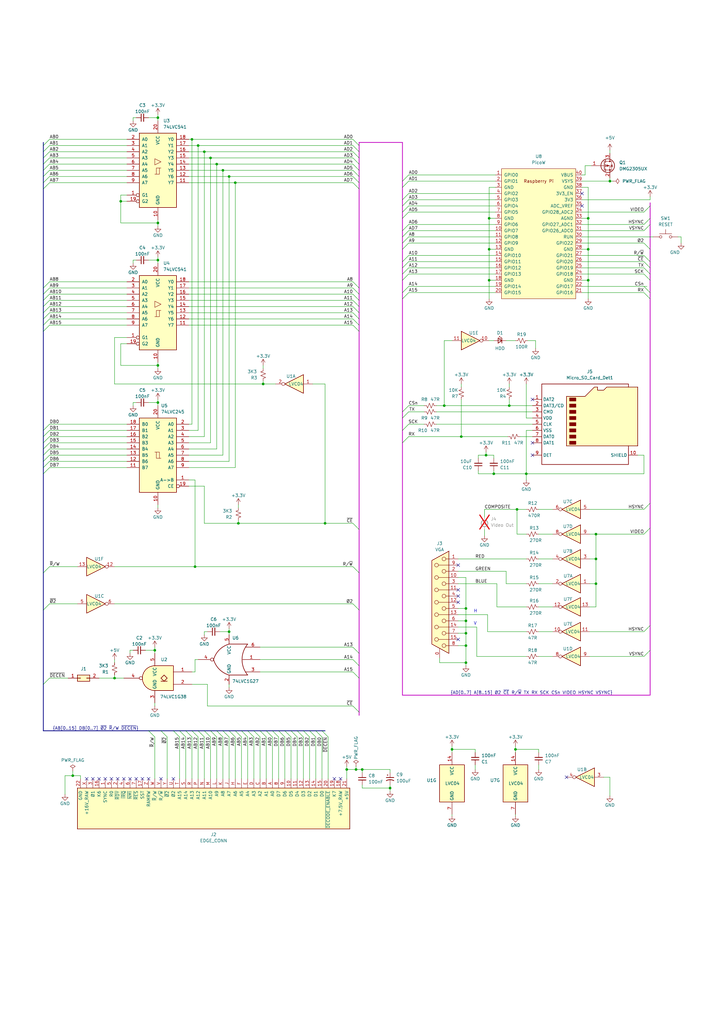
<source format=kicad_sch>
(kicad_sch (version 20230121) (generator eeschema)
  (paper "A3" portrait)
  (lib_symbols
    (symbol "74_1G_Library:74LVC1G27"
      (property "Reference" "U" (at -5.08 10.16 0))
      (property "Value" "74LVC1G27" (at 7.62 -10.16 0))
      (symbol "74LVC1G27_1_1"
        (pin input line (at -12.7 0 0) (length 7.11) (name "~") (number "1"))
        (pin power_in line (at 0 -10.16 90) (length 3.81) (name "GND") (number "2"))
        (pin input line (at -12.7 -5.08 0) (length 5.84) (name "~") (number "3"))
        (pin output inverted (at 12.7 0 180) (length 6.35) (name "~") (number "4"))
        (pin power_in line (at 0 10.16 270) (length 3.81) (name "VCC") (number "5"))
        (pin input line (at -12.7 5.08 0) (length 5.84) (name "~") (number "6"))
      )
    )
    (symbol "74xGxx:74LVC1G38"
      (property "Reference" "U" (at -5.08 7.62 0))
      (property "Value" "74LVC1G38" (at 7.62 -7.62 0))
      (symbol "74LVC1G38_1_1"
        (pin input line (at -15.24 2.54 0) (length 7.62) (name "~") (number "1"))
        (pin input line (at -15.24 -2.54 0) (length 7.62) (name "~") (number "2"))
        (pin power_in line (at 0 -10.16 90) (length 5.08) (name "GND") (number "3"))
        (pin output inverted (at 12.7 0 180) (length 7.62) (name "~") (number "4"))
        (pin power_in line (at 0 10.16 270) (length 5.08) (name "VCC") (number "5"))
      )
    )
    (symbol "74xx:74HCT04"
      (property "Reference" "U" (at 0 1.27 0))
      (property "Value" "74HCT04" (at 0 -1.27 0))
      (symbol "74HCT04_1_0"
        (pin input line (at -7.62 0 0) (length 3.81) (name "~") (number "1"))
        (pin output inverted (at 7.62 0 180) (length 3.81) (name "~") (number "2"))
      )
      (symbol "74HCT04_2_0"
        (pin input line (at -7.62 0 0) (length 3.81) (name "~") (number "3"))
        (pin output inverted (at 7.62 0 180) (length 3.81) (name "~") (number "4"))
      )
      (symbol "74HCT04_3_0"
        (pin input line (at -7.62 0 0) (length 3.81) (name "~") (number "5"))
        (pin output inverted (at 7.62 0 180) (length 3.81) (name "~") (number "6"))
      )
      (symbol "74HCT04_4_0"
        (pin output inverted (at 7.62 0 180) (length 3.81) (name "~") (number "8"))
        (pin input line (at -7.62 0 0) (length 3.81) (name "~") (number "9"))
      )
      (symbol "74HCT04_5_0"
        (pin output inverted (at 7.62 0 180) (length 3.81) (name "~") (number "10"))
        (pin input line (at -7.62 0 0) (length 3.81) (name "~") (number "11"))
      )
      (symbol "74HCT04_6_0"
        (pin output inverted (at 7.62 0 180) (length 3.81) (name "~") (number "12"))
        (pin input line (at -7.62 0 0) (length 3.81) (name "~") (number "13"))
      )
      (symbol "74HCT04_7_0"
        (pin power_in line (at 0 12.7 270) (length 5.08) (name "VCC") (number "14"))
        (pin power_in line (at 0 -12.7 90) (length 5.08) (name "GND") (number "7"))
      )
    )
    (symbol "74xx:74HCT541" (pin_names (offset 1.016))
      (property "Reference" "U" (at -7.62 16.51 0))
      (property "Value" "74HCT541" (at -7.62 -16.51 0))
      (symbol "74HCT541_1_0"
        (pin input inverted (at -12.7 -10.16 0) (length 5.08) (name "G1") (number "1"))
        (pin power_in line (at 0 -20.32 90) (length 5.08) (name "GND") (number "10"))
        (pin tri_state line (at 12.7 -5.08 180) (length 5.08) (name "Y7") (number "11"))
        (pin tri_state line (at 12.7 -2.54 180) (length 5.08) (name "Y6") (number "12"))
        (pin tri_state line (at 12.7 0 180) (length 5.08) (name "Y5") (number "13"))
        (pin tri_state line (at 12.7 2.54 180) (length 5.08) (name "Y4") (number "14"))
        (pin tri_state line (at 12.7 5.08 180) (length 5.08) (name "Y3") (number "15"))
        (pin tri_state line (at 12.7 7.62 180) (length 5.08) (name "Y2") (number "16"))
        (pin tri_state line (at 12.7 10.16 180) (length 5.08) (name "Y1") (number "17"))
        (pin tri_state line (at 12.7 12.7 180) (length 5.08) (name "Y0") (number "18"))
        (pin input inverted (at -12.7 -12.7 0) (length 5.08) (name "G2") (number "19"))
        (pin input line (at -12.7 12.7 0) (length 5.08) (name "A0") (number "2"))
        (pin power_in line (at 0 20.32 270) (length 5.08) (name "VCC") (number "20"))
        (pin input line (at -12.7 10.16 0) (length 5.08) (name "A1") (number "3"))
        (pin input line (at -12.7 7.62 0) (length 5.08) (name "A2") (number "4"))
        (pin input line (at -12.7 5.08 0) (length 5.08) (name "A3") (number "5"))
        (pin input line (at -12.7 2.54 0) (length 5.08) (name "A4") (number "6"))
        (pin input line (at -12.7 0 0) (length 5.08) (name "A5") (number "7"))
        (pin input line (at -12.7 -2.54 0) (length 5.08) (name "A6") (number "8"))
        (pin input line (at -12.7 -5.08 0) (length 5.08) (name "A7") (number "9"))
      )
    )
    (symbol "74xx:74LS245" (pin_names (offset 1.016))
      (property "Reference" "U" (at -7.62 16.51 0))
      (property "Value" "74LS245" (at -7.62 -16.51 0))
      (symbol "74LS245_1_0"
        (pin input line (at -12.7 -10.16 0) (length 5.08) (name "A->B") (number "1"))
        (pin power_in line (at 0 -20.32 90) (length 5.08) (name "GND") (number "10"))
        (pin tri_state line (at 12.7 -5.08 180) (length 5.08) (name "B7") (number "11"))
        (pin tri_state line (at 12.7 -2.54 180) (length 5.08) (name "B6") (number "12"))
        (pin tri_state line (at 12.7 0 180) (length 5.08) (name "B5") (number "13"))
        (pin tri_state line (at 12.7 2.54 180) (length 5.08) (name "B4") (number "14"))
        (pin tri_state line (at 12.7 5.08 180) (length 5.08) (name "B3") (number "15"))
        (pin tri_state line (at 12.7 7.62 180) (length 5.08) (name "B2") (number "16"))
        (pin tri_state line (at 12.7 10.16 180) (length 5.08) (name "B1") (number "17"))
        (pin tri_state line (at 12.7 12.7 180) (length 5.08) (name "B0") (number "18"))
        (pin input inverted (at -12.7 -12.7 0) (length 5.08) (name "CE") (number "19"))
        (pin tri_state line (at -12.7 12.7 0) (length 5.08) (name "A0") (number "2"))
        (pin power_in line (at 0 20.32 270) (length 5.08) (name "VCC") (number "20"))
        (pin tri_state line (at -12.7 10.16 0) (length 5.08) (name "A1") (number "3"))
        (pin tri_state line (at -12.7 7.62 0) (length 5.08) (name "A2") (number "4"))
        (pin tri_state line (at -12.7 5.08 0) (length 5.08) (name "A3") (number "5"))
        (pin tri_state line (at -12.7 2.54 0) (length 5.08) (name "A4") (number "6"))
        (pin tri_state line (at -12.7 0 0) (length 5.08) (name "A5") (number "7"))
        (pin tri_state line (at -12.7 -2.54 0) (length 5.08) (name "A6") (number "8"))
        (pin tri_state line (at -12.7 -5.08 0) (length 5.08) (name "A7") (number "9"))
      )
    )
    (symbol "Connector:Conn_Coaxial_Small" (pin_numbers hide) (pin_names (offset 1.016) hide)
      (property "Reference" "J" (at 0.254 3.048 0))
      (property "Value" "Conn_Coaxial_Small" (at 0 -3.81 0))
      (symbol "Conn_Coaxial_Small_1_1"
        (pin passive line (at -2.54 0 0) (length 1.27) (name "In") (number "1"))
        (pin passive line (at 2.54 0 180) (length 1.27) (name "Ext") (number "2"))
      )
    )
    (symbol "Connector:DA15_Receptacle_MountingHoles" (pin_names (offset 1.016) hide)
      (property "Reference" "J" (at 0 24.13 0))
      (property "Value" "DA15_Receptacle_MountingHoles" (at 0 22.225 0))
      (symbol "DA15_Receptacle_MountingHoles_1_1"
        (pin passive line (at 0 -22.86 90) (length 3.81) (name "PAD") (number "0"))
        (pin passive line (at -7.62 17.78 0) (length 3.81) (name "1") (number "1"))
        (pin passive line (at -7.62 10.16 0) (length 3.81) (name "P10") (number "10"))
        (pin passive line (at -7.62 5.08 0) (length 3.81) (name "P111") (number "11"))
        (pin passive line (at -7.62 0 0) (length 3.81) (name "P12") (number "12"))
        (pin passive line (at -7.62 -5.08 0) (length 3.81) (name "P13") (number "13"))
        (pin passive line (at -7.62 -10.16 0) (length 3.81) (name "P14") (number "14"))
        (pin passive line (at -7.62 -15.24 0) (length 3.81) (name "P15") (number "15"))
        (pin passive line (at -7.62 12.7 0) (length 3.81) (name "2") (number "2"))
        (pin passive line (at -7.62 7.62 0) (length 3.81) (name "3") (number "3"))
        (pin passive line (at -7.62 2.54 0) (length 3.81) (name "4") (number "4"))
        (pin passive line (at -7.62 -2.54 0) (length 3.81) (name "5") (number "5"))
        (pin passive line (at -7.62 -7.62 0) (length 3.81) (name "6") (number "6"))
        (pin passive line (at -7.62 -12.7 0) (length 3.81) (name "7") (number "7"))
        (pin passive line (at -7.62 -17.78 0) (length 3.81) (name "8") (number "8"))
        (pin passive line (at -7.62 15.24 0) (length 3.81) (name "P9") (number "9"))
      )
    )
    (symbol "Connector:Micro_SD_Card_Det1"
      (property "Reference" "J" (at -16.51 17.78 0))
      (property "Value" "Micro_SD_Card_Det1" (at 16.51 17.78 0))
      (symbol "Micro_SD_Card_Det1_1_1"
        (pin bidirectional line (at -22.86 10.16 0) (length 3.81) (name "DAT2") (number "1"))
        (pin passive line (at 20.32 -12.7 180) (length 3.81) (name "SHIELD") (number "10"))
        (pin bidirectional line (at -22.86 7.62 0) (length 3.81) (name "DAT3/CD") (number "2"))
        (pin input line (at -22.86 5.08 0) (length 3.81) (name "CMD") (number "3"))
        (pin power_in line (at -22.86 2.54 0) (length 3.81) (name "VDD") (number "4"))
        (pin input line (at -22.86 0 0) (length 3.81) (name "CLK") (number "5"))
        (pin power_in line (at -22.86 -2.54 0) (length 3.81) (name "VSS") (number "6"))
        (pin bidirectional line (at -22.86 -5.08 0) (length 3.81) (name "DAT0") (number "7"))
        (pin bidirectional line (at -22.86 -7.62 0) (length 3.81) (name "DAT1") (number "8"))
        (pin passive line (at -22.86 -12.7 0) (length 3.81) (name "DET") (number "9"))
      )
    )
    (symbol "Connector_Generic:Conn_02x01" (pin_names (offset 1.016) hide)
      (property "Reference" "J" (at 1.27 2.54 0))
      (property "Value" "Conn_02x01" (at 1.27 -2.54 0))
      (symbol "Conn_02x01_1_1"
        (pin passive line (at -5.08 0 0) (length 3.81) (name "Pin_1") (number "1"))
        (pin passive line (at 7.62 0 180) (length 3.81) (name "Pin_2") (number "2"))
      )
    )
    (symbol "Device:C_Polarized_Small_US" (pin_numbers hide) (pin_names (offset 0.254) hide)
      (property "Reference" "C" (at 0.254 1.778 0))
      (property "Value" "C_Polarized_Small_US" (at 0.254 -2.032 0))
      (symbol "C_Polarized_Small_US_1_1"
        (pin passive line (at 0 2.54 270) (length 2.032) (name "~") (number "1"))
        (pin passive line (at 0 -2.54 90) (length 2.032) (name "~") (number "2"))
      )
    )
    (symbol "Device:C_Small" (pin_numbers hide) (pin_names (offset 0.254) hide)
      (property "Reference" "C" (at 0.254 1.778 0))
      (property "Value" "C_Small" (at 0.254 -2.032 0))
      (symbol "C_Small_1_1"
        (pin passive line (at 0 2.54 270) (length 2.032) (name "~") (number "1"))
        (pin passive line (at 0 -2.54 90) (length 2.032) (name "~") (number "2"))
      )
    )
    (symbol "Device:LED_Small" (pin_numbers hide) (pin_names (offset 0.254) hide)
      (property "Reference" "D" (at -1.27 3.175 0))
      (property "Value" "LED_Small" (at -4.445 -2.54 0))
      (symbol "LED_Small_1_1"
        (pin passive line (at -2.54 0 0) (length 1.778) (name "K") (number "1"))
        (pin passive line (at 2.54 0 180) (length 1.778) (name "A") (number "2"))
      )
    )
    (symbol "Device:R_Small_US" (pin_numbers hide) (pin_names (offset 0.254) hide)
      (property "Reference" "R" (at 0.762 0.508 0))
      (property "Value" "R_Small_US" (at 0.762 -1.016 0))
      (symbol "R_Small_US_1_1"
        (pin passive line (at 0 2.54 270) (length 1.016) (name "~") (number "1"))
        (pin passive line (at 0 -2.54 90) (length 1.016) (name "~") (number "2"))
      )
    )
    (symbol "MTU_Library:EDGE_CONN" (pin_names (offset 1.016))
      (property "Reference" "J7" (at 7.874 1.016 0))
      (property "Value" "EDGE_CONN" (at 9.652 -1.905 0))
      (symbol "EDGE_CONN_1_1"
        (pin passive line (at -5.08 -45.72 0) (length 3.81) (name "SYNC") (number "1"))
        (pin passive line (at -5.08 30.48 0) (length 3.81) (name "D5") (number "10"))
        (pin passive line (at -5.08 33.02 0) (length 3.81) (name "D4") (number "11"))
        (pin passive line (at -5.08 35.56 0) (length 3.81) (name "D3") (number "12"))
        (pin passive line (at -5.08 38.1 0) (length 3.81) (name "D2") (number "13"))
        (pin passive line (at -5.08 40.64 0) (length 3.81) (name "D1") (number "14"))
        (pin passive line (at -5.08 43.18 0) (length 3.81) (name "D0") (number "15"))
        (pin passive line (at -5.08 -48.26 0) (length 3.81) (name "K6") (number "16"))
        (pin passive line (at -5.08 -30.48 0) (length 3.81) (name "SST") (number "17"))
        (pin passive line (at -5.08 50.8 0) (length 3.81) (name "+7.5V_RAW") (number "18"))
        (pin passive line (at -5.08 48.26 0) (length 3.81) (name "K7") (number "19"))
        (pin passive line (at -5.08 -40.64 0) (length 3.81) (name "~{RDY}") (number "2"))
        (pin passive line (at -5.08 45.72 0) (length 3.81) (name "~{DECODE_ENABLE}") (number "20"))
        (pin passive line (at -5.08 53.34 0) (length 3.81) (name "+5V") (number "21"))
        (pin passive line (at -5.08 -55.88 0) (length 3.81) (name "GND") (number "22"))
        (pin passive line (at -5.08 -50.8 0) (length 3.81) (name "Ø1") (number "3"))
        (pin passive line (at -5.08 -38.1 0) (length 3.81) (name "~{IRQ}") (number "4"))
        (pin passive line (at -5.08 -43.18 0) (length 3.81) (name "R0") (number "5"))
        (pin passive line (at -5.08 -35.56 0) (length 3.81) (name "~{NMI}") (number "6"))
        (pin passive line (at -5.08 -33.02 0) (length 3.81) (name "~{RES}") (number "7"))
        (pin passive line (at -5.08 25.4 0) (length 3.81) (name "D7") (number "8"))
        (pin passive line (at -5.08 27.94 0) (length 3.81) (name "D6") (number "9"))
        (pin passive line (at -5.08 22.86 0) (length 3.81) (name "A0") (number "A"))
        (pin passive line (at -5.08 20.32 0) (length 3.81) (name "A1") (number "B"))
        (pin passive line (at -5.08 17.78 0) (length 3.81) (name "A2") (number "C"))
        (pin passive line (at -5.08 15.24 0) (length 3.81) (name "A3") (number "D"))
        (pin passive line (at -5.08 12.7 0) (length 3.81) (name "A4") (number "E"))
        (pin passive line (at -5.08 10.16 0) (length 3.81) (name "A5") (number "F"))
        (pin passive line (at -5.08 7.62 0) (length 3.81) (name "A6") (number "H"))
        (pin passive line (at -5.08 5.08 0) (length 3.81) (name "A7") (number "J"))
        (pin passive line (at -5.08 2.54 0) (length 3.81) (name "A8") (number "K"))
        (pin passive line (at -5.08 0 0) (length 3.81) (name "A9") (number "L"))
        (pin passive line (at -5.08 -2.54 0) (length 3.81) (name "A10") (number "M"))
        (pin passive line (at -5.08 -5.08 0) (length 3.81) (name "A11") (number "N"))
        (pin passive line (at -5.08 -7.62 0) (length 3.81) (name "A12") (number "P"))
        (pin passive line (at -5.08 -10.16 0) (length 3.81) (name "A13") (number "R"))
        (pin passive line (at -5.08 -12.7 0) (length 3.81) (name "A14") (number "S"))
        (pin passive line (at -5.08 -15.24 0) (length 3.81) (name "A15") (number "T"))
        (pin passive line (at -5.08 -17.78 0) (length 3.81) (name "Ø2") (number "U"))
        (pin passive line (at -5.08 -22.86 0) (length 3.81) (name "R/~{W}") (number "V"))
        (pin passive line (at -5.08 -25.4 0) (length 3.81) (name "~{R}/W") (number "W"))
        (pin passive line (at -5.08 -53.34 0) (length 3.81) (name "+16V_RAW") (number "X"))
        (pin passive line (at -5.08 -20.32 0) (length 3.81) (name "~{Ø2}") (number "Y"))
        (pin passive line (at -5.08 -27.94 0) (length 3.81) (name "RAMRW") (number "Z"))
      )
    )
    (symbol "PicoW:PicoW" (pin_names (offset 1.016))
      (property "Reference" "U" (at -13.97 27.94 0))
      (property "Value" "PicoW" (at 0 19.05 0))
      (symbol "PicoW_0_0"
        (text "Raspberry Pi" (at 0 21.59 0) (effects (font (size 1.27 1.27))))
      )
      (symbol "PicoW_1_1"
        (pin bidirectional line (at -17.78 24.13 0) (length 2.54) (name "GPIO0") (number "1"))
        (pin bidirectional line (at -17.78 1.27 0) (length 2.54) (name "GPIO7") (number "10"))
        (pin bidirectional line (at -17.78 -1.27 0) (length 2.54) (name "GPIO8") (number "11"))
        (pin bidirectional line (at -17.78 -3.81 0) (length 2.54) (name "GPIO9") (number "12"))
        (pin power_in line (at -17.78 -6.35 0) (length 2.54) (name "GND") (number "13"))
        (pin bidirectional line (at -17.78 -8.89 0) (length 2.54) (name "GPIO10") (number "14"))
        (pin bidirectional line (at -17.78 -11.43 0) (length 2.54) (name "GPIO11") (number "15"))
        (pin bidirectional line (at -17.78 -13.97 0) (length 2.54) (name "GPIO12") (number "16"))
        (pin bidirectional line (at -17.78 -16.51 0) (length 2.54) (name "GPIO13") (number "17"))
        (pin power_in line (at -17.78 -19.05 0) (length 2.54) (name "GND") (number "18"))
        (pin bidirectional line (at -17.78 -21.59 0) (length 2.54) (name "GPIO14") (number "19"))
        (pin bidirectional line (at -17.78 21.59 0) (length 2.54) (name "GPIO1") (number "2"))
        (pin bidirectional line (at -17.78 -24.13 0) (length 2.54) (name "GPIO15") (number "20"))
        (pin bidirectional line (at 17.78 -24.13 180) (length 2.54) (name "GPIO16") (number "21"))
        (pin bidirectional line (at 17.78 -21.59 180) (length 2.54) (name "GPIO17") (number "22"))
        (pin power_in line (at 17.78 -19.05 180) (length 2.54) (name "GND") (number "23"))
        (pin bidirectional line (at 17.78 -16.51 180) (length 2.54) (name "GPIO18") (number "24"))
        (pin bidirectional line (at 17.78 -13.97 180) (length 2.54) (name "GPIO19") (number "25"))
        (pin bidirectional line (at 17.78 -11.43 180) (length 2.54) (name "GPIO20") (number "26"))
        (pin bidirectional line (at 17.78 -8.89 180) (length 2.54) (name "GPIO21") (number "27"))
        (pin power_in line (at 17.78 -6.35 180) (length 2.54) (name "GND") (number "28"))
        (pin bidirectional line (at 17.78 -3.81 180) (length 2.54) (name "GPIO22") (number "29"))
        (pin power_in line (at -17.78 19.05 0) (length 2.54) (name "GND") (number "3"))
        (pin input line (at 17.78 -1.27 180) (length 2.54) (name "RUN") (number "30"))
        (pin bidirectional line (at 17.78 1.27 180) (length 2.54) (name "GPIO26_ADC0") (number "31"))
        (pin bidirectional line (at 17.78 3.81 180) (length 2.54) (name "GPIO27_ADC1") (number "32"))
        (pin power_in line (at 17.78 6.35 180) (length 2.54) (name "AGND") (number "33"))
        (pin bidirectional line (at 17.78 8.89 180) (length 2.54) (name "GPIO28_ADC2") (number "34"))
        (pin unspecified line (at 17.78 11.43 180) (length 2.54) (name "ADC_VREF") (number "35"))
        (pin power_out line (at 17.78 13.97 180) (length 2.54) (name "3V3") (number "36"))
        (pin input line (at 17.78 16.51 180) (length 2.54) (name "3V3_EN") (number "37"))
        (pin power_in line (at 17.78 19.05 180) (length 2.54) (name "GND") (number "38"))
        (pin power_in line (at 17.78 21.59 180) (length 2.54) (name "VSYS") (number "39"))
        (pin bidirectional line (at -17.78 16.51 0) (length 2.54) (name "GPIO2") (number "4"))
        (pin power_out line (at 17.78 24.13 180) (length 2.54) (name "VBUS") (number "40"))
        (pin bidirectional line (at -17.78 13.97 0) (length 2.54) (name "GPIO3") (number "5"))
        (pin bidirectional line (at -17.78 11.43 0) (length 2.54) (name "GPIO4") (number "6"))
        (pin bidirectional line (at -17.78 8.89 0) (length 2.54) (name "GPIO5") (number "7"))
        (pin power_in line (at -17.78 6.35 0) (length 2.54) (name "GND") (number "8"))
        (pin bidirectional line (at -17.78 3.81 0) (length 2.54) (name "GPIO6") (number "9"))
      )
    )
    (symbol "Switch:SW_Push" (pin_numbers hide) (pin_names (offset 1.016) hide)
      (property "Reference" "SW" (at 1.27 2.54 0))
      (property "Value" "SW_Push" (at 0 -1.524 0))
      (symbol "SW_Push_0_1"
        (pin passive line (at -5.08 0 0) (length 2.54) (name "1") (number "1"))
        (pin passive line (at 5.08 0 180) (length 2.54) (name "2") (number "2"))
      )
    )
    (symbol "Transistor_FET:TP0610T" (pin_names hide)
      (property "Reference" "Q" (at 5.08 1.905 0))
      (property "Value" "TP0610T" (at 5.08 0 0))
      (symbol "TP0610T_1_1"
        (pin input line (at -5.08 0 0) (length 2.54) (name "G") (number "1"))
        (pin passive line (at 2.54 -5.08 90) (length 2.54) (name "S") (number "2"))
        (pin passive line (at 2.54 5.08 270) (length 2.54) (name "D") (number "3"))
      )
    )
    (symbol "power:+3.3V" (power) (pin_names (offset 0))
      (property "Value" "+3.3V" (at 0 3.556 0))
      (symbol "+3.3V_1_1"
        (pin power_in line (at 0 0 90) (length 0) hide (name "+3.3V") (number "1"))
      )
    )
    (symbol "power:+5V" (power) (pin_names (offset 0))
      (property "Value" "+5V" (at 0 3.556 0))
      (symbol "+5V_1_1"
        (pin power_in line (at 0 0 90) (length 0) hide (name "+5V") (number "1"))
      )
    )
    (symbol "power:GND" (power) (pin_names (offset 0))
      (property "Value" "GND" (at 0 -3.81 0))
      (symbol "GND_1_1"
        (pin power_in line (at 0 0 270) (length 0) hide (name "GND") (number "1"))
      )
    )
    (symbol "power:PWR_FLAG" (power) (pin_numbers hide) (pin_names (offset 0) hide)
      (property "Value" "PWR_FLAG" (at 0 3.81 0))
      (symbol "PWR_FLAG_0_0"
        (pin power_out line (at 0 0 90) (length 0) (name "pwr") (number "1"))
      )
    )
  )
  (junction (at 215.9 194.31))
  (junction (at 200.66 89.535))
  (junction (at 191.135 249.555))
  (junction (at 78.74 57.15))
  (junction (at 241.3 89.535))
  (junction (at 202.565 194.31))
  (junction (at 29.845 318.135))
  (junction (at 63.5 266.7))
  (junction (at 97.79 214.63))
  (junction (at 83.82 62.23))
  (junction (at 191.135 264.795))
  (junction (at 244.475 219.075))
  (junction (at 191.135 259.715))
  (junction (at 133.35 214.63))
  (junction (at 185.42 307.34))
  (junction (at 208.915 166.37))
  (junction (at 96.52 74.93))
  (junction (at 241.3 114.935))
  (junction (at 182.245 166.37))
  (junction (at 81.28 59.69))
  (junction (at 146.05 315.595))
  (junction (at 250.19 74.295))
  (junction (at 88.9 67.31))
  (junction (at 93.98 72.39))
  (junction (at 86.36 64.77))
  (junction (at 64.77 165.1))
  (junction (at 148.59 315.595))
  (junction (at 46.99 278.13))
  (junction (at 91.44 69.85))
  (junction (at 64.77 106.68))
  (junction (at 189.23 179.07))
  (junction (at 199.39 186.69))
  (junction (at 211.455 307.34))
  (junction (at 49.53 82.55))
  (junction (at 191.135 254.635))
  (junction (at 93.98 259.08))
  (junction (at 64.77 149.86))
  (junction (at 200.66 102.235))
  (junction (at 80.01 232.41))
  (junction (at 191.135 271.78))
  (junction (at 212.09 208.915))
  (junction (at 107.95 157.48))
  (junction (at 64.77 48.26))
  (junction (at 142.24 315.595))
  (junction (at 244.475 229.235))
  (junction (at 244.475 239.395))
  (junction (at 200.66 114.935))
  (junction (at 160.02 323.215))
  (junction (at 241.3 102.235))
  (junction (at 64.77 91.44))
  (no_connect (at 40.64 319.405))
  (no_connect (at 43.18 319.405))
  (no_connect (at 187.96 244.475))
  (no_connect (at 38.1 319.405))
  (no_connect (at 45.72 319.405))
  (no_connect (at 53.34 319.405))
  (no_connect (at 35.56 319.405))
  (no_connect (at 187.96 247.015))
  (no_connect (at 218.44 186.69))
  (no_connect (at 48.26 319.405))
  (no_connect (at 238.76 84.455))
  (no_connect (at 55.88 319.405))
  (no_connect (at 218.44 181.61))
  (no_connect (at 58.42 319.405))
  (no_connect (at 71.12 319.405))
  (no_connect (at 50.8 319.405))
  (no_connect (at 187.96 241.935))
  (no_connect (at 139.7 319.405))
  (no_connect (at 232.41 318.77))
  (no_connect (at 187.96 231.775))
  (no_connect (at 187.96 262.255))
  (no_connect (at 60.96 319.405))
  (no_connect (at 137.16 319.405))
  (no_connect (at 218.44 163.83))
  (no_connect (at 238.76 79.375))
  (no_connect (at 66.04 319.405))
  (bus_entry (at 96.52 299.72) (size 2.54 2.54))
  (bus_entry (at 167.64 79.375) (size -2.54 2.54))
  (bus_entry (at 86.36 299.72) (size 2.54 2.54))
  (bus_entry (at 60.96 299.72) (size 2.54 2.54))
  (bus_entry (at 20.32 74.93) (size -2.54 2.54))
  (bus_entry (at 78.74 299.72) (size 2.54 2.54))
  (bus_entry (at 20.32 173.99) (size -2.54 2.54))
  (bus_entry (at 20.32 125.73) (size -2.54 2.54))
  (bus_entry (at 20.32 120.65) (size -2.54 2.54))
  (bus_entry (at 121.92 299.72) (size 2.54 2.54))
  (bus_entry (at 167.64 107.315) (size -2.54 2.54))
  (bus_entry (at 20.32 186.69) (size -2.54 2.54))
  (bus_entry (at 167.64 120.015) (size -2.54 2.54))
  (bus_entry (at 20.32 176.53) (size -2.54 2.54))
  (bus_entry (at 144.78 289.56) (size 2.54 2.54))
  (bus_entry (at 167.64 86.995) (size -2.54 2.54))
  (bus_entry (at 144.78 232.41) (size 2.54 2.54))
  (bus_entry (at 91.44 299.72) (size 2.54 2.54))
  (bus_entry (at 20.32 118.11) (size -2.54 2.54))
  (bus_entry (at 144.78 115.57) (size 2.54 2.54))
  (bus_entry (at 144.78 123.19) (size 2.54 2.54))
  (bus_entry (at 101.6 299.72) (size 2.54 2.54))
  (bus_entry (at 20.32 62.23) (size -2.54 2.54))
  (bus_entry (at 167.64 117.475) (size -2.54 2.54))
  (bus_entry (at 144.78 133.35) (size 2.54 2.54))
  (bus_entry (at 20.32 232.41) (size -2.54 2.54))
  (bus_entry (at 264.16 219.075) (size 2.54 -2.54))
  (bus_entry (at 20.32 184.15) (size -2.54 2.54))
  (bus_entry (at 264.16 94.615) (size 2.54 -2.54))
  (bus_entry (at 167.64 94.615) (size -2.54 2.54))
  (bus_entry (at 109.22 299.72) (size 2.54 2.54))
  (bus_entry (at 144.78 275.59) (size 2.54 2.54))
  (bus_entry (at 264.16 259.08) (size 2.54 -2.54))
  (bus_entry (at 167.64 168.91) (size -2.54 2.54))
  (bus_entry (at 20.32 67.31) (size -2.54 2.54))
  (bus_entry (at 71.12 299.72) (size 2.54 2.54))
  (bus_entry (at 167.64 71.755) (size -2.54 2.54))
  (bus_entry (at 93.98 299.72) (size 2.54 2.54))
  (bus_entry (at 129.54 299.72) (size 2.54 2.54))
  (bus_entry (at 167.64 109.855) (size -2.54 2.54))
  (bus_entry (at 20.32 189.23) (size -2.54 2.54))
  (bus_entry (at 20.32 179.07) (size -2.54 2.54))
  (bus_entry (at 20.32 181.61) (size -2.54 2.54))
  (bus_entry (at 167.64 104.775) (size -2.54 2.54))
  (bus_entry (at 20.32 72.39) (size -2.54 2.54))
  (bus_entry (at 116.84 299.72) (size 2.54 2.54))
  (bus_entry (at 20.32 57.15) (size -2.54 2.54))
  (bus_entry (at 20.32 130.81) (size -2.54 2.54))
  (bus_entry (at 167.64 112.395) (size -2.54 2.54))
  (bus_entry (at 167.64 179.07) (size -2.54 2.54))
  (bus_entry (at 106.68 299.72) (size 2.54 2.54))
  (bus_entry (at 167.64 84.455) (size -2.54 2.54))
  (bus_entry (at 76.2 299.72) (size 2.54 2.54))
  (bus_entry (at 20.32 133.35) (size -2.54 2.54))
  (bus_entry (at 114.3 299.72) (size 2.54 2.54))
  (bus_entry (at 99.06 299.72) (size 2.54 2.54))
  (bus_entry (at 264.16 120.015) (size 2.54 2.54))
  (bus_entry (at 20.32 128.27) (size -2.54 2.54))
  (bus_entry (at 264.16 112.395) (size 2.54 2.54))
  (bus_entry (at 144.78 72.39) (size 2.54 2.54))
  (bus_entry (at 167.64 81.915) (size -2.54 2.54))
  (bus_entry (at 81.28 299.72) (size 2.54 2.54))
  (bus_entry (at 20.32 278.13) (size -2.54 2.54))
  (bus_entry (at 144.78 59.69) (size 2.54 2.54))
  (bus_entry (at 264.16 117.475) (size 2.54 2.54))
  (bus_entry (at 20.32 64.77) (size -2.54 2.54))
  (bus_entry (at 111.76 299.72) (size 2.54 2.54))
  (bus_entry (at 144.78 74.93) (size 2.54 2.54))
  (bus_entry (at 144.78 120.65) (size 2.54 2.54))
  (bus_entry (at 264.16 107.315) (size 2.54 2.54))
  (bus_entry (at 167.64 97.155) (size -2.54 2.54))
  (bus_entry (at 144.78 130.81) (size 2.54 2.54))
  (bus_entry (at 20.32 59.69) (size -2.54 2.54))
  (bus_entry (at 88.9 299.72) (size 2.54 2.54))
  (bus_entry (at 264.16 99.695) (size 2.54 2.54))
  (bus_entry (at 119.38 299.72) (size 2.54 2.54))
  (bus_entry (at 167.64 99.695) (size -2.54 2.54))
  (bus_entry (at 20.32 247.65) (size -2.54 2.54))
  (bus_entry (at 144.78 64.77) (size 2.54 2.54))
  (bus_entry (at 124.46 299.72) (size 2.54 2.54))
  (bus_entry (at 20.32 191.77) (size -2.54 2.54))
  (bus_entry (at 264.16 92.075) (size 2.54 -2.54))
  (bus_entry (at 144.78 128.27) (size 2.54 2.54))
  (bus_entry (at 144.78 62.23) (size 2.54 2.54))
  (bus_entry (at 20.32 69.85) (size -2.54 2.54))
  (bus_entry (at 144.78 67.31) (size 2.54 2.54))
  (bus_entry (at 264.16 86.995) (size 2.54 -2.54))
  (bus_entry (at 167.64 166.37) (size -2.54 2.54))
  (bus_entry (at 167.64 173.99) (size -2.54 2.54))
  (bus_entry (at 144.78 214.63) (size 2.54 2.54))
  (bus_entry (at 66.04 299.72) (size 2.54 2.54))
  (bus_entry (at 144.78 118.11) (size 2.54 2.54))
  (bus_entry (at 144.78 247.65) (size 2.54 2.54))
  (bus_entry (at 167.64 92.075) (size -2.54 2.54))
  (bus_entry (at 144.78 270.51) (size 2.54 2.54))
  (bus_entry (at 144.78 69.85) (size 2.54 2.54))
  (bus_entry (at 167.64 74.295) (size -2.54 2.54))
  (bus_entry (at 73.66 299.72) (size 2.54 2.54))
  (bus_entry (at 264.16 104.775) (size 2.54 2.54))
  (bus_entry (at 83.82 299.72) (size 2.54 2.54))
  (bus_entry (at 264.16 109.855) (size 2.54 2.54))
  (bus_entry (at 132.08 299.72) (size 2.54 2.54))
  (bus_entry (at 127 299.72) (size 2.54 2.54))
  (bus_entry (at 264.16 208.915) (size 2.54 -2.54))
  (bus_entry (at 144.78 57.15) (size 2.54 2.54))
  (bus_entry (at 144.78 265.43) (size 2.54 2.54))
  (bus_entry (at 264.16 269.24) (size 2.54 -2.54))
  (bus_entry (at 144.78 125.73) (size 2.54 2.54))
  (bus_entry (at 20.32 123.19) (size -2.54 2.54))
  (bus_entry (at 104.14 299.72) (size 2.54 2.54))
  (bus_entry (at 20.32 115.57) (size -2.54 2.54))
  (wire (pts (xy 107.95 149.86) (xy 107.95 151.13)))
  (bus (pts (xy 17.78 135.89) (xy 17.78 176.53)))
  (bus (pts (xy 121.92 299.72) (xy 124.46 299.72)))
  (wire (pts (xy 207.645 239.395) (xy 215.9 239.395)))
  (wire (pts (xy 127 302.26) (xy 127 319.405)))
  (wire (pts (xy 78.74 275.59) (xy 80.01 275.59)))
  (wire (pts (xy 49.53 140.97) (xy 52.07 140.97)))
  (wire (pts (xy 52.07 67.31) (xy 20.32 67.31)))
  (bus (pts (xy 165.1 102.235) (xy 165.1 107.315)) (stroke (width 0) (color 194 0 194 1)))
  (wire (pts (xy 215.9 219.075) (xy 212.09 219.075)))
  (wire (pts (xy 54.61 165.1) (xy 55.88 165.1)))
  (wire (pts (xy 185.42 306.07) (xy 185.42 307.34)))
  (wire (pts (xy 77.47 189.23) (xy 93.98 189.23)))
  (wire (pts (xy 52.07 62.23) (xy 20.32 62.23)))
  (wire (pts (xy 40.64 278.13) (xy 46.99 278.13)))
  (bus (pts (xy 17.78 62.23) (xy 17.78 64.77)))
  (wire (pts (xy 238.76 104.775) (xy 264.16 104.775)))
  (wire (pts (xy 264.16 186.69) (xy 261.62 186.69)))
  (bus (pts (xy 165.1 181.61) (xy 165.1 285.115)) (stroke (width 0) (color 194 0 194 1)))
  (wire (pts (xy 179.07 173.99) (xy 218.44 173.99)))
  (bus (pts (xy 165.1 99.695) (xy 165.1 102.235)) (stroke (width 0) (color 194 0 194 1)))
  (wire (pts (xy 203.2 92.075) (xy 167.64 92.075)))
  (wire (pts (xy 64.77 105.41) (xy 64.77 106.68)))
  (wire (pts (xy 211.455 306.07) (xy 211.455 307.34)))
  (bus (pts (xy 17.78 67.31) (xy 17.78 69.85)))
  (bus (pts (xy 76.2 299.72) (xy 78.74 299.72)))
  (wire (pts (xy 49.53 82.55) (xy 52.07 82.55)))
  (wire (pts (xy 203.2 109.855) (xy 167.64 109.855)))
  (wire (pts (xy 78.74 57.15) (xy 144.78 57.15)))
  (wire (pts (xy 97.79 214.63) (xy 133.35 214.63)))
  (wire (pts (xy 238.76 86.995) (xy 264.16 86.995)))
  (wire (pts (xy 250.19 74.295) (xy 251.46 74.295)))
  (bus (pts (xy 116.84 299.72) (xy 119.38 299.72)))
  (wire (pts (xy 238.76 89.535) (xy 241.3 89.535)))
  (wire (pts (xy 52.07 69.85) (xy 20.32 69.85)))
  (wire (pts (xy 203.2 76.835) (xy 200.66 76.835)))
  (wire (pts (xy 200.025 259.08) (xy 215.9 259.08)))
  (wire (pts (xy 83.82 62.23) (xy 144.78 62.23)))
  (bus (pts (xy 147.32 123.19) (xy 147.32 120.65)) (stroke (width 0) (color 194 0 194 1)))
  (wire (pts (xy 93.98 257.81) (xy 93.98 259.08)))
  (wire (pts (xy 203.2 84.455) (xy 167.64 84.455)))
  (bus (pts (xy 127 299.72) (xy 129.54 299.72)))
  (bus (pts (xy 165.1 76.835) (xy 165.1 81.915)) (stroke (width 0) (color 194 0 194 1)))
  (wire (pts (xy 52.07 181.61) (xy 20.32 181.61)))
  (bus (pts (xy 17.78 250.19) (xy 17.78 280.67)))
  (wire (pts (xy 93.98 259.08) (xy 93.98 260.35)))
  (bus (pts (xy 165.1 114.935) (xy 165.1 120.015)) (stroke (width 0) (color 194 0 194 1)))
  (wire (pts (xy 80.01 196.85) (xy 80.01 232.41)))
  (wire (pts (xy 142.24 315.595) (xy 146.05 315.595)))
  (wire (pts (xy 52.07 74.93) (xy 20.32 74.93)))
  (wire (pts (xy 46.99 270.51) (xy 46.99 271.78)))
  (bus (pts (xy 165.1 97.155) (xy 165.1 99.695)) (stroke (width 0) (color 194 0 194 1)))
  (wire (pts (xy 86.36 64.77) (xy 144.78 64.77)))
  (wire (pts (xy 218.44 171.45) (xy 215.9 171.45)))
  (wire (pts (xy 208.915 163.83) (xy 208.915 166.37)))
  (bus (pts (xy 266.7 266.7) (xy 266.7 285.115)) (stroke (width 0) (color 194 0 194 1)))
  (wire (pts (xy 238.76 112.395) (xy 264.16 112.395)))
  (wire (pts (xy 207.645 239.395) (xy 207.645 234.315)))
  (bus (pts (xy 147.32 273.05) (xy 147.32 267.97)) (stroke (width 0) (color 194 0 194 1)))
  (wire (pts (xy 194.945 313.69) (xy 194.945 315.595)))
  (wire (pts (xy 203.2 112.395) (xy 167.64 112.395)))
  (wire (pts (xy 52.07 115.57) (xy 20.32 115.57)))
  (wire (pts (xy 46.99 247.65) (xy 144.78 247.65)))
  (wire (pts (xy 49.53 140.97) (xy 49.53 149.86)))
  (bus (pts (xy 17.78 184.15) (xy 17.78 186.69)))
  (wire (pts (xy 200.025 252.095) (xy 200.025 259.08)))
  (bus (pts (xy 147.32 125.73) (xy 147.32 123.19)) (stroke (width 0) (color 194 0 194 1)))
  (wire (pts (xy 199.39 185.42) (xy 199.39 186.69)))
  (wire (pts (xy 195.58 269.24) (xy 215.9 269.24)))
  (bus (pts (xy 17.78 74.93) (xy 17.78 77.47)))
  (wire (pts (xy 97.79 207.01) (xy 97.79 208.28)))
  (bus (pts (xy 147.32 133.35) (xy 147.32 130.81)) (stroke (width 0) (color 194 0 194 1)))
  (wire (pts (xy 96.52 74.93) (xy 144.78 74.93)))
  (wire (pts (xy 77.47 67.31) (xy 88.9 67.31)))
  (wire (pts (xy 189.23 163.83) (xy 189.23 179.07)))
  (wire (pts (xy 220.98 259.08) (xy 226.695 259.08)))
  (wire (pts (xy 83.82 199.39) (xy 83.82 214.63)))
  (wire (pts (xy 238.76 114.935) (xy 241.3 114.935)))
  (bus (pts (xy 147.32 77.47) (xy 147.32 74.93)) (stroke (width 0) (color 194 0 194 1)))
  (bus (pts (xy 147.32 72.39) (xy 147.32 69.85)) (stroke (width 0) (color 194 0 194 1)))
  (wire (pts (xy 211.455 139.7) (xy 207.645 139.7)))
  (wire (pts (xy 111.76 302.26) (xy 111.76 319.405)))
  (wire (pts (xy 195.58 257.175) (xy 195.58 269.24)))
  (wire (pts (xy 264.16 117.475) (xy 265.43 117.475)))
  (wire (pts (xy 203.835 248.92) (xy 215.9 248.92)))
  (wire (pts (xy 52.07 138.43) (xy 46.99 138.43)))
  (wire (pts (xy 85.09 280.67) (xy 85.09 289.56)))
  (wire (pts (xy 238.76 76.835) (xy 241.3 76.835)))
  (wire (pts (xy 191.135 271.78) (xy 191.135 273.05)))
  (wire (pts (xy 208.915 157.48) (xy 208.915 158.75)))
  (wire (pts (xy 53.34 267.97) (xy 53.34 266.7)))
  (wire (pts (xy 64.77 148.59) (xy 64.77 149.86)))
  (wire (pts (xy 77.47 179.07) (xy 83.82 179.07)))
  (wire (pts (xy 77.47 191.77) (xy 96.52 191.77)))
  (wire (pts (xy 52.07 128.27) (xy 20.32 128.27)))
  (bus (pts (xy 147.32 118.11) (xy 147.32 77.47)) (stroke (width 0) (color 194 0 194 1)))
  (bus (pts (xy 147.32 217.17) (xy 147.32 234.95)) (stroke (width 0) (color 194 0 194 1)))
  (wire (pts (xy 93.98 72.39) (xy 93.98 189.23)))
  (bus (pts (xy 66.04 299.72) (xy 71.12 299.72)))
  (wire (pts (xy 200.66 89.535) (xy 200.66 102.235)))
  (wire (pts (xy 215.9 194.31) (xy 264.16 194.31)))
  (wire (pts (xy 64.77 163.83) (xy 64.77 165.1)))
  (wire (pts (xy 88.9 67.31) (xy 144.78 67.31)))
  (wire (pts (xy 185.42 307.34) (xy 194.945 307.34)))
  (wire (pts (xy 211.455 334.645) (xy 211.455 334.01)))
  (wire (pts (xy 238.76 102.235) (xy 241.3 102.235)))
  (bus (pts (xy 266.7 83.185) (xy 266.7 84.455)) (stroke (width 0) (color 194 0 194 1)))
  (wire (pts (xy 106.68 275.59) (xy 144.78 275.59)))
  (bus (pts (xy 17.78 64.77) (xy 17.78 67.31)))
  (wire (pts (xy 238.76 120.015) (xy 264.16 120.015)))
  (wire (pts (xy 52.07 189.23) (xy 20.32 189.23)))
  (wire (pts (xy 203.2 107.315) (xy 167.64 107.315)))
  (wire (pts (xy 26.67 318.135) (xy 26.67 325.755)))
  (wire (pts (xy 142.24 315.595) (xy 142.24 319.405)))
  (wire (pts (xy 93.98 280.67) (xy 93.98 281.94)))
  (wire (pts (xy 180.34 269.875) (xy 180.34 271.78)))
  (bus (pts (xy 266.7 109.855) (xy 266.7 112.395)) (stroke (width 0) (color 194 0 194 1)))
  (wire (pts (xy 203.2 104.775) (xy 167.64 104.775)))
  (bus (pts (xy 266.7 84.455) (xy 266.7 89.535)) (stroke (width 0) (color 194 0 194 1)))
  (wire (pts (xy 88.9 67.31) (xy 88.9 184.15)))
  (wire (pts (xy 54.61 166.37) (xy 54.61 165.1)))
  (wire (pts (xy 220.98 208.915) (xy 226.695 208.915)))
  (wire (pts (xy 59.69 266.7) (xy 63.5 266.7)))
  (wire (pts (xy 238.76 107.315) (xy 264.16 107.315)))
  (bus (pts (xy 165.1 86.995) (xy 165.1 89.535)) (stroke (width 0) (color 194 0 194 1)))
  (wire (pts (xy 101.6 302.26) (xy 101.6 319.405)))
  (wire (pts (xy 219.71 142.875) (xy 219.71 139.7)))
  (wire (pts (xy 106.68 265.43) (xy 144.78 265.43)))
  (wire (pts (xy 241.935 239.395) (xy 244.475 239.395)))
  (bus (pts (xy 147.32 69.85) (xy 147.32 67.31)) (stroke (width 0) (color 194 0 194 1)))
  (bus (pts (xy 266.7 256.54) (xy 266.7 266.7)) (stroke (width 0) (color 194 0 194 1)))
  (wire (pts (xy 77.47 74.93) (xy 96.52 74.93)))
  (wire (pts (xy 187.96 257.175) (xy 195.58 257.175)))
  (wire (pts (xy 187.96 239.395) (xy 203.835 239.395)))
  (wire (pts (xy 52.07 179.07) (xy 20.32 179.07)))
  (bus (pts (xy 266.7 216.535) (xy 266.7 256.54)) (stroke (width 0) (color 194 0 194 1)))
  (wire (pts (xy 128.27 157.48) (xy 133.35 157.48)))
  (wire (pts (xy 240.03 67.945) (xy 242.57 67.945)))
  (bus (pts (xy 266.7 107.315) (xy 266.7 109.855)) (stroke (width 0) (color 194 0 194 1)))
  (wire (pts (xy 64.77 207.01) (xy 64.77 208.28)))
  (wire (pts (xy 68.58 302.26) (xy 68.58 319.405)))
  (wire (pts (xy 244.475 219.075) (xy 244.475 229.235)))
  (wire (pts (xy 203.2 79.375) (xy 167.64 79.375)))
  (wire (pts (xy 85.09 259.08) (xy 83.82 259.08)))
  (bus (pts (xy 266.7 89.535) (xy 266.7 92.075)) (stroke (width 0) (color 194 0 194 1)))
  (wire (pts (xy 244.475 248.92) (xy 241.935 248.92)))
  (wire (pts (xy 64.77 48.26) (xy 64.77 49.53)))
  (wire (pts (xy 78.74 302.26) (xy 78.74 319.405)))
  (wire (pts (xy 215.9 171.45) (xy 215.9 157.48)))
  (wire (pts (xy 240.03 67.945) (xy 240.03 71.755)))
  (bus (pts (xy 17.78 189.23) (xy 17.78 191.77)))
  (bus (pts (xy 165.1 74.295) (xy 165.1 76.835)) (stroke (width 0) (color 194 0 194 1)))
  (wire (pts (xy 213.36 179.07) (xy 218.44 179.07)))
  (wire (pts (xy 64.77 165.1) (xy 64.77 166.37)))
  (wire (pts (xy 54.61 49.53) (xy 54.61 48.26)))
  (bus (pts (xy 124.46 299.72) (xy 127 299.72)))
  (wire (pts (xy 97.79 213.36) (xy 97.79 214.63)))
  (bus (pts (xy 165.1 120.015) (xy 165.1 122.555)) (stroke (width 0) (color 194 0 194 1)))
  (bus (pts (xy 17.78 133.35) (xy 17.78 135.89)))
  (bus (pts (xy 132.08 299.72) (xy 133.35 299.72)))
  (bus (pts (xy 147.32 250.19) (xy 147.32 267.97)) (stroke (width 0) (color 194 0 194 1)))
  (wire (pts (xy 185.42 334.645) (xy 185.42 334.01)))
  (bus (pts (xy 129.54 299.72) (xy 132.08 299.72)))
  (wire (pts (xy 198.755 208.915) (xy 198.755 212.09)))
  (wire (pts (xy 244.475 219.075) (xy 264.16 219.075)))
  (wire (pts (xy 167.64 168.91) (xy 173.99 168.91)))
  (wire (pts (xy 202.565 194.31) (xy 202.565 193.04)))
  (wire (pts (xy 182.245 139.7) (xy 182.245 166.37)))
  (wire (pts (xy 77.47 125.73) (xy 144.78 125.73)))
  (wire (pts (xy 191.135 249.555) (xy 191.135 254.635)))
  (wire (pts (xy 81.28 59.69) (xy 144.78 59.69)))
  (bus (pts (xy 147.32 74.93) (xy 147.32 72.39)) (stroke (width 0) (color 194 0 194 1)))
  (wire (pts (xy 196.215 193.04) (xy 196.215 194.31)))
  (wire (pts (xy 52.07 125.73) (xy 20.32 125.73)))
  (wire (pts (xy 63.5 265.43) (xy 63.5 266.7)))
  (bus (pts (xy 266.7 122.555) (xy 266.7 206.375)) (stroke (width 0) (color 194 0 194 1)))
  (bus (pts (xy 147.32 128.27) (xy 147.32 125.73)) (stroke (width 0) (color 194 0 194 1)))
  (wire (pts (xy 46.99 278.13) (xy 50.8 278.13)))
  (wire (pts (xy 64.77 90.17) (xy 64.77 91.44)))
  (wire (pts (xy 49.53 80.01) (xy 49.53 82.55)))
  (wire (pts (xy 52.07 176.53) (xy 20.32 176.53)))
  (wire (pts (xy 266.7 80.645) (xy 266.7 81.915)))
  (wire (pts (xy 80.01 270.51) (xy 81.28 270.51)))
  (wire (pts (xy 250.19 61.595) (xy 250.19 62.865)))
  (wire (pts (xy 200.66 114.935) (xy 200.66 122.555)))
  (wire (pts (xy 77.47 115.57) (xy 144.78 115.57)))
  (bus (pts (xy 147.32 62.23) (xy 147.32 59.69)) (stroke (width 0) (color 194 0 194 1)))
  (wire (pts (xy 212.09 208.915) (xy 198.755 208.915)))
  (bus (pts (xy 114.3 299.72) (xy 116.84 299.72)))
  (bus (pts (xy 266.7 114.935) (xy 266.7 120.015)) (stroke (width 0) (color 194 0 194 1)))
  (wire (pts (xy 189.23 179.07) (xy 208.28 179.07)))
  (wire (pts (xy 85.09 289.56) (xy 144.78 289.56)))
  (bus (pts (xy 266.7 102.235) (xy 266.7 107.315)) (stroke (width 0) (color 194 0 194 1)))
  (wire (pts (xy 148.59 323.215) (xy 160.02 323.215)))
  (wire (pts (xy 77.47 120.65) (xy 144.78 120.65)))
  (bus (pts (xy 83.82 299.72) (xy 86.36 299.72)))
  (wire (pts (xy 134.62 302.26) (xy 134.62 319.405)))
  (wire (pts (xy 219.71 139.7) (xy 216.535 139.7)))
  (bus (pts (xy 96.52 299.72) (xy 99.06 299.72)))
  (wire (pts (xy 185.42 139.7) (xy 182.245 139.7)))
  (wire (pts (xy 200.66 89.535) (xy 203.2 89.535)))
  (wire (pts (xy 83.82 214.63) (xy 97.79 214.63)))
  (bus (pts (xy 165.1 112.395) (xy 165.1 114.935)) (stroke (width 0) (color 194 0 194 1)))
  (bus (pts (xy 91.44 299.72) (xy 93.98 299.72)))
  (wire (pts (xy 211.455 307.34) (xy 220.98 307.34)))
  (wire (pts (xy 52.07 72.39) (xy 20.32 72.39)))
  (wire (pts (xy 78.74 57.15) (xy 78.74 173.99)))
  (wire (pts (xy 60.96 106.68) (xy 64.77 106.68)))
  (wire (pts (xy 203.2 71.755) (xy 167.64 71.755)))
  (bus (pts (xy 147.32 234.95) (xy 147.32 250.19)) (stroke (width 0) (color 194 0 194 1)))
  (bus (pts (xy 147.32 293.37) (xy 147.32 292.1)) (stroke (width 0) (color 194 0 194 1)))
  (wire (pts (xy 167.64 166.37) (xy 173.99 166.37)))
  (wire (pts (xy 77.47 59.69) (xy 81.28 59.69)))
  (wire (pts (xy 180.34 271.78) (xy 191.135 271.78)))
  (wire (pts (xy 107.95 157.48) (xy 113.03 157.48)))
  (wire (pts (xy 114.3 302.26) (xy 114.3 319.405)))
  (bus (pts (xy 165.1 84.455) (xy 165.1 86.995)) (stroke (width 0) (color 194 0 194 1)))
  (wire (pts (xy 77.47 72.39) (xy 93.98 72.39)))
  (wire (pts (xy 187.96 229.235) (xy 215.9 229.235)))
  (bus (pts (xy 147.32 67.31) (xy 147.32 64.77)) (stroke (width 0) (color 194 0 194 1)))
  (wire (pts (xy 77.47 173.99) (xy 78.74 173.99)))
  (wire (pts (xy 185.42 308.61) (xy 185.42 307.34)))
  (bus (pts (xy 88.9 299.72) (xy 91.44 299.72)))
  (wire (pts (xy 278.13 97.155) (xy 279.4 97.155)))
  (bus (pts (xy 17.78 59.69) (xy 17.78 62.23)))
  (wire (pts (xy 96.52 302.26) (xy 96.52 319.405)))
  (bus (pts (xy 165.1 81.915) (xy 165.1 84.455)) (stroke (width 0) (color 194 0 194 1)))
  (wire (pts (xy 187.96 254.635) (xy 191.135 254.635)))
  (wire (pts (xy 212.09 219.075) (xy 212.09 208.915)))
  (wire (pts (xy 64.77 106.68) (xy 64.77 107.95)))
  (wire (pts (xy 77.47 199.39) (xy 83.82 199.39)))
  (wire (pts (xy 107.95 156.21) (xy 107.95 157.48)))
  (wire (pts (xy 31.75 247.65) (xy 20.32 247.65)))
  (bus (pts (xy 99.06 299.72) (xy 101.6 299.72)))
  (wire (pts (xy 250.19 318.77) (xy 250.19 326.39)))
  (wire (pts (xy 116.84 302.26) (xy 116.84 319.405)))
  (wire (pts (xy 238.76 92.075) (xy 264.16 92.075)))
  (wire (pts (xy 220.98 219.075) (xy 226.695 219.075)))
  (wire (pts (xy 247.65 318.77) (xy 250.19 318.77)))
  (wire (pts (xy 148.59 315.595) (xy 160.02 315.595)))
  (wire (pts (xy 179.07 168.91) (xy 218.44 168.91)))
  (wire (pts (xy 241.935 229.235) (xy 244.475 229.235)))
  (wire (pts (xy 203.2 99.695) (xy 167.64 99.695)))
  (wire (pts (xy 264.16 194.31) (xy 264.16 186.69)))
  (wire (pts (xy 241.935 269.24) (xy 264.16 269.24)))
  (wire (pts (xy 81.28 59.69) (xy 81.28 176.53)))
  (bus (pts (xy 165.1 89.535) (xy 165.1 94.615)) (stroke (width 0) (color 194 0 194 1)))
  (wire (pts (xy 198.755 217.17) (xy 198.755 219.71)))
  (bus (pts (xy 73.66 299.72) (xy 76.2 299.72)))
  (wire (pts (xy 220.98 269.24) (xy 226.695 269.24)))
  (bus (pts (xy 93.98 299.72) (xy 96.52 299.72)))
  (wire (pts (xy 124.46 302.26) (xy 124.46 319.405)))
  (bus (pts (xy 119.38 299.72) (xy 121.92 299.72)))
  (bus (pts (xy 165.1 94.615) (xy 165.1 97.155)) (stroke (width 0) (color 194 0 194 1)))
  (wire (pts (xy 241.3 114.935) (xy 241.3 122.555)))
  (wire (pts (xy 203.2 120.015) (xy 167.64 120.015)))
  (bus (pts (xy 147.32 58.42) (xy 165.1 58.42)) (stroke (width 0) (color 194 0 194 1)))
  (bus (pts (xy 106.68 299.72) (xy 109.22 299.72)))
  (wire (pts (xy 146.05 314.325) (xy 146.05 315.595)))
  (wire (pts (xy 52.07 80.01) (xy 49.53 80.01)))
  (bus (pts (xy 147.32 292.1) (xy 147.32 278.13)) (stroke (width 0) (color 194 0 194 1)))
  (wire (pts (xy 196.215 194.31) (xy 202.565 194.31)))
  (wire (pts (xy 241.3 76.835) (xy 241.3 89.535)))
  (wire (pts (xy 46.99 138.43) (xy 46.99 157.48)))
  (bus (pts (xy 147.32 135.89) (xy 147.32 133.35)) (stroke (width 0) (color 194 0 194 1)))
  (wire (pts (xy 133.35 214.63) (xy 144.78 214.63)))
  (bus (pts (xy 147.32 59.69) (xy 147.32 58.42)) (stroke (width 0) (color 194 0 194 1)))
  (wire (pts (xy 238.76 94.615) (xy 264.16 94.615)))
  (wire (pts (xy 203.2 74.295) (xy 167.64 74.295)))
  (wire (pts (xy 52.07 57.15) (xy 20.32 57.15)))
  (wire (pts (xy 215.9 176.53) (xy 215.9 194.31)))
  (wire (pts (xy 167.64 179.07) (xy 189.23 179.07)))
  (wire (pts (xy 29.845 316.23) (xy 29.845 318.135)))
  (wire (pts (xy 33.02 318.135) (xy 29.845 318.135)))
  (wire (pts (xy 189.23 157.48) (xy 189.23 158.75)))
  (wire (pts (xy 187.96 234.315) (xy 207.645 234.315)))
  (wire (pts (xy 279.4 97.155) (xy 279.4 99.695)))
  (wire (pts (xy 64.77 46.99) (xy 64.77 48.26)))
  (wire (pts (xy 81.28 302.26) (xy 81.28 319.405)))
  (bus (pts (xy 147.32 135.89) (xy 147.32 217.17)) (stroke (width 0) (color 194 0 194 1)))
  (bus (pts (xy 17.78 176.53) (xy 17.78 179.07)))
  (wire (pts (xy 77.47 184.15) (xy 88.9 184.15)))
  (bus (pts (xy 266.7 112.395) (xy 266.7 114.935)) (stroke (width 0) (color 194 0 194 1)))
  (bus (pts (xy 71.12 299.72) (xy 73.66 299.72)))
  (wire (pts (xy 220.98 307.34) (xy 220.98 308.61)))
  (bus (pts (xy 266.7 206.375) (xy 266.7 216.535)) (stroke (width 0) (color 194 0 194 1)))
  (wire (pts (xy 191.135 259.715) (xy 191.135 264.795)))
  (wire (pts (xy 199.39 186.69) (xy 202.565 186.69)))
  (wire (pts (xy 73.66 302.26) (xy 73.66 319.405)))
  (wire (pts (xy 52.07 191.77) (xy 20.32 191.77)))
  (bus (pts (xy 17.78 123.19) (xy 17.78 125.73)))
  (wire (pts (xy 241.935 208.915) (xy 264.16 208.915)))
  (wire (pts (xy 20.32 278.13) (xy 27.94 278.13)))
  (wire (pts (xy 80.01 232.41) (xy 144.78 232.41)))
  (wire (pts (xy 241.3 89.535) (xy 241.3 102.235)))
  (wire (pts (xy 91.44 69.85) (xy 91.44 186.69)))
  (bus (pts (xy 17.78 299.72) (xy 60.96 299.72)))
  (wire (pts (xy 187.96 259.715) (xy 191.135 259.715)))
  (wire (pts (xy 106.68 270.51) (xy 144.78 270.51)))
  (wire (pts (xy 194.945 307.34) (xy 194.945 308.61)))
  (bus (pts (xy 17.78 72.39) (xy 17.78 74.93)))
  (wire (pts (xy 244.475 219.075) (xy 241.935 219.075)))
  (wire (pts (xy 54.61 106.68) (xy 55.88 106.68)))
  (wire (pts (xy 196.215 187.96) (xy 196.215 186.69)))
  (wire (pts (xy 52.07 118.11) (xy 20.32 118.11)))
  (wire (pts (xy 238.76 81.915) (xy 266.7 81.915)))
  (wire (pts (xy 160.02 321.945) (xy 160.02 323.215)))
  (wire (pts (xy 220.98 248.92) (xy 226.695 248.92)))
  (wire (pts (xy 244.475 229.235) (xy 244.475 239.395)))
  (bus (pts (xy 78.74 299.72) (xy 81.28 299.72)))
  (wire (pts (xy 83.82 259.08) (xy 83.82 260.35)))
  (wire (pts (xy 203.2 117.475) (xy 167.64 117.475)))
  (wire (pts (xy 77.47 69.85) (xy 91.44 69.85)))
  (wire (pts (xy 54.61 48.26) (xy 55.88 48.26)))
  (wire (pts (xy 52.07 133.35) (xy 20.32 133.35)))
  (bus (pts (xy 165.1 58.42) (xy 165.1 74.295)) (stroke (width 0) (color 194 0 194 1)))
  (wire (pts (xy 49.53 91.44) (xy 64.77 91.44)))
  (wire (pts (xy 77.47 57.15) (xy 78.74 57.15)))
  (wire (pts (xy 187.96 249.555) (xy 191.135 249.555)))
  (wire (pts (xy 167.64 173.99) (xy 173.99 173.99)))
  (wire (pts (xy 77.47 62.23) (xy 83.82 62.23)))
  (wire (pts (xy 109.22 302.26) (xy 109.22 319.405)))
  (wire (pts (xy 54.61 107.95) (xy 54.61 106.68)))
  (wire (pts (xy 77.47 123.19) (xy 144.78 123.19)))
  (wire (pts (xy 200.66 102.235) (xy 203.2 102.235)))
  (bus (pts (xy 17.78 194.31) (xy 17.78 234.95)))
  (wire (pts (xy 52.07 173.99) (xy 20.32 173.99)))
  (bus (pts (xy 17.78 191.77) (xy 17.78 194.31)))
  (wire (pts (xy 208.915 166.37) (xy 218.44 166.37)))
  (wire (pts (xy 60.96 165.1) (xy 64.77 165.1)))
  (wire (pts (xy 203.2 94.615) (xy 167.64 94.615)))
  (bus (pts (xy 17.78 181.61) (xy 17.78 184.15)))
  (wire (pts (xy 77.47 186.69) (xy 91.44 186.69)))
  (bus (pts (xy 165.1 176.53) (xy 165.1 181.61)) (stroke (width 0) (color 194 0 194 1)))
  (wire (pts (xy 77.47 196.85) (xy 80.01 196.85)))
  (bus (pts (xy 165.1 285.115) (xy 266.7 285.115)) (stroke (width 0) (color 194 0 194 1)))
  (wire (pts (xy 77.47 181.61) (xy 86.36 181.61)))
  (wire (pts (xy 203.2 86.995) (xy 167.64 86.995)))
  (wire (pts (xy 160.02 315.595) (xy 160.02 316.865)))
  (bus (pts (xy 60.96 299.72) (xy 66.04 299.72)))
  (wire (pts (xy 104.14 302.26) (xy 104.14 319.405)))
  (wire (pts (xy 52.07 123.19) (xy 20.32 123.19)))
  (bus (pts (xy 165.1 109.855) (xy 165.1 112.395)) (stroke (width 0) (color 194 0 194 1)))
  (wire (pts (xy 146.05 315.595) (xy 148.59 315.595)))
  (wire (pts (xy 203.2 97.155) (xy 167.64 97.155)))
  (wire (pts (xy 119.38 302.26) (xy 119.38 319.405)))
  (wire (pts (xy 63.5 302.26) (xy 63.5 319.405)))
  (wire (pts (xy 106.68 302.26) (xy 106.68 319.405)))
  (wire (pts (xy 76.2 302.26) (xy 76.2 319.405)))
  (wire (pts (xy 33.02 319.405) (xy 33.02 318.135)))
  (bus (pts (xy 81.28 299.72) (xy 83.82 299.72)))
  (bus (pts (xy 165.1 107.315) (xy 165.1 109.855)) (stroke (width 0) (color 194 0 194 1)))
  (bus (pts (xy 165.1 168.91) (xy 165.1 171.45)) (stroke (width 0) (color 194 0 194 1)))
  (wire (pts (xy 52.07 64.77) (xy 20.32 64.77)))
  (wire (pts (xy 191.135 254.635) (xy 191.135 259.715)))
  (wire (pts (xy 121.92 302.26) (xy 121.92 319.405)))
  (wire (pts (xy 200.66 76.835) (xy 200.66 89.535)))
  (wire (pts (xy 133.35 157.48) (xy 133.35 214.63)))
  (wire (pts (xy 238.76 97.155) (xy 267.97 97.155)))
  (wire (pts (xy 77.47 118.11) (xy 144.78 118.11)))
  (wire (pts (xy 202.565 194.31) (xy 215.9 194.31)))
  (wire (pts (xy 238.76 109.855) (xy 264.16 109.855)))
  (wire (pts (xy 49.53 82.55) (xy 49.53 91.44)))
  (bus (pts (xy 17.78 234.95) (xy 17.78 250.19)))
  (wire (pts (xy 52.07 184.15) (xy 20.32 184.15)))
  (wire (pts (xy 191.135 264.795) (xy 191.135 271.78)))
  (wire (pts (xy 99.06 302.26) (xy 99.06 319.405)))
  (wire (pts (xy 240.03 71.755) (xy 238.76 71.755)))
  (wire (pts (xy 77.47 128.27) (xy 144.78 128.27)))
  (bus (pts (xy 17.78 77.47) (xy 17.78 118.11)))
  (bus (pts (xy 17.78 128.27) (xy 17.78 130.81)))
  (wire (pts (xy 93.98 72.39) (xy 144.78 72.39)))
  (wire (pts (xy 83.82 62.23) (xy 83.82 179.07)))
  (wire (pts (xy 241.935 259.08) (xy 264.16 259.08)))
  (wire (pts (xy 96.52 74.93) (xy 96.52 191.77)))
  (wire (pts (xy 132.08 302.26) (xy 132.08 319.405)))
  (bus (pts (xy 266.7 120.015) (xy 266.7 122.555)) (stroke (width 0) (color 194 0 194 1)))
  (wire (pts (xy 148.59 315.595) (xy 148.59 316.865)))
  (wire (pts (xy 53.34 266.7) (xy 54.61 266.7)))
  (wire (pts (xy 187.96 264.795) (xy 191.135 264.795)))
  (wire (pts (xy 88.9 302.26) (xy 88.9 319.405)))
  (wire (pts (xy 203.835 239.395) (xy 203.835 248.92)))
  (wire (pts (xy 90.17 259.08) (xy 93.98 259.08)))
  (wire (pts (xy 83.82 302.26) (xy 83.82 319.405)))
  (wire (pts (xy 187.96 252.095) (xy 200.025 252.095)))
  (wire (pts (xy 182.245 166.37) (xy 208.915 166.37)))
  (wire (pts (xy 196.215 186.69) (xy 199.39 186.69)))
  (wire (pts (xy 80.01 275.59) (xy 80.01 270.51)))
  (wire (pts (xy 203.2 81.915) (xy 167.64 81.915)))
  (bus (pts (xy 165.1 171.45) (xy 165.1 176.53)) (stroke (width 0) (color 194 0 194 1)))
  (wire (pts (xy 60.96 48.26) (xy 64.77 48.26)))
  (wire (pts (xy 91.44 302.26) (xy 91.44 319.405)))
  (wire (pts (xy 215.9 208.915) (xy 212.09 208.915)))
  (wire (pts (xy 187.96 236.855) (xy 191.135 236.855)))
  (wire (pts (xy 142.24 314.325) (xy 142.24 315.595)))
  (wire (pts (xy 191.135 236.855) (xy 191.135 249.555)))
  (wire (pts (xy 52.07 120.65) (xy 20.32 120.65)))
  (bus (pts (xy 17.78 179.07) (xy 17.78 181.61)))
  (wire (pts (xy 46.99 232.41) (xy 80.01 232.41)))
  (wire (pts (xy 52.07 186.69) (xy 20.32 186.69)))
  (wire (pts (xy 250.19 73.025) (xy 250.19 74.295)))
  (wire (pts (xy 46.99 157.48) (xy 107.95 157.48)))
  (wire (pts (xy 238.76 74.295) (xy 250.19 74.295)))
  (wire (pts (xy 244.475 239.395) (xy 244.475 248.92)))
  (wire (pts (xy 64.77 91.44) (xy 64.77 92.71)))
  (wire (pts (xy 238.76 99.695) (xy 264.16 99.695)))
  (bus (pts (xy 109.22 299.72) (xy 111.76 299.72)))
  (bus (pts (xy 111.76 299.72) (xy 114.3 299.72)))
  (bus (pts (xy 165.1 122.555) (xy 165.1 168.91)) (stroke (width 0) (color 194 0 194 1)))
  (bus (pts (xy 86.36 299.72) (xy 88.9 299.72)))
  (bus (pts (xy 147.32 64.77) (xy 147.32 62.23)) (stroke (width 0) (color 194 0 194 1)))
  (wire (pts (xy 202.565 186.69) (xy 202.565 187.96)))
  (wire (pts (xy 77.47 133.35) (xy 144.78 133.35)))
  (wire (pts (xy 86.36 302.26) (xy 86.36 319.405)))
  (wire (pts (xy 52.07 130.81) (xy 20.32 130.81)))
  (wire (pts (xy 238.76 117.475) (xy 264.16 117.475)))
  (wire (pts (xy 215.9 194.31) (xy 215.9 196.85)))
  (wire (pts (xy 129.54 302.26) (xy 129.54 319.405)))
  (bus (pts (xy 17.78 120.65) (xy 17.78 123.19)))
  (wire (pts (xy 200.66 102.235) (xy 200.66 114.935)))
  (wire (pts (xy 52.07 59.69) (xy 20.32 59.69)))
  (bus (pts (xy 17.78 280.67) (xy 17.78 299.72)))
  (wire (pts (xy 241.3 102.235) (xy 241.3 114.935)))
  (wire (pts (xy 220.98 313.69) (xy 220.98 315.595)))
  (bus (pts (xy 17.78 186.69) (xy 17.78 189.23)))
  (wire (pts (xy 202.565 139.7) (xy 200.66 139.7)))
  (wire (pts (xy 148.59 323.215) (xy 148.59 321.945)))
  (wire (pts (xy 78.74 280.67) (xy 85.09 280.67)))
  (bus (pts (xy 147.32 120.65) (xy 147.32 118.11)) (stroke (width 0) (color 194 0 194 1)))
  (bus (pts (xy 17.78 130.81) (xy 17.78 133.35)))
  (wire (pts (xy 179.07 166.37) (xy 182.245 166.37)))
  (wire (pts (xy 93.98 302.26) (xy 93.98 319.405)))
  (wire (pts (xy 91.44 69.85) (xy 144.78 69.85)))
  (wire (pts (xy 77.47 64.77) (xy 86.36 64.77)))
  (wire (pts (xy 63.5 266.7) (xy 63.5 267.97)))
  (wire (pts (xy 29.845 318.135) (xy 26.67 318.135)))
  (wire (pts (xy 31.75 232.41) (xy 20.32 232.41)))
  (wire (pts (xy 220.98 229.235) (xy 226.695 229.235)))
  (bus (pts (xy 104.14 299.72) (xy 106.68 299.72)))
  (wire (pts (xy 200.66 114.935) (xy 203.2 114.935)))
  (bus (pts (xy 147.32 278.13) (xy 147.32 273.05)) (stroke (width 0) (color 194 0 194 1)))
  (bus (pts (xy 147.32 130.81) (xy 147.32 128.27)) (stroke (width 0) (color 194 0 194 1)))
  (wire (pts (xy 220.98 239.395) (xy 226.695 239.395)))
  (wire (pts (xy 218.44 176.53) (xy 215.9 176.53)))
  (wire (pts (xy 63.5 288.29) (xy 63.5 289.56)))
  (bus (pts (xy 17.78 125.73) (xy 17.78 128.27)))
  (wire (pts (xy 64.77 149.86) (xy 64.77 151.13)))
  (bus (pts (xy 17.78 69.85) (xy 17.78 72.39)))
  (wire (pts (xy 77.47 130.81) (xy 144.78 130.81)))
  (wire (pts (xy 49.53 149.86) (xy 64.77 149.86)))
  (bus (pts (xy 101.6 299.72) (xy 104.14 299.72)))
  (bus (pts (xy 17.78 118.11) (xy 17.78 120.65)))
  (wire (pts (xy 86.36 64.77) (xy 86.36 181.61)))
  (wire (pts (xy 77.47 176.53) (xy 81.28 176.53)))
  (wire (pts (xy 211.455 308.61) (xy 211.455 307.34)))
  (wire (pts (xy 160.02 323.215) (xy 160.02 324.485)))
  (bus (pts (xy 266.7 92.075) (xy 266.7 102.235)) (stroke (width 0) (color 194 0 194 1)))
  (wire (pts (xy 46.99 276.86) (xy 46.99 278.13)))
  (bus (pts (xy 17.78 58.42) (xy 17.78 59.69)))
  (text "H" (at 194.31 251.46 0) (effects (font (size 1.27 1.27)) (justify left bottom)))
  (text "V" (at 194.31 256.54 0) (effects (font (size 1.27 1.27)) (justify left bottom)))
  (label "AB10" (at 86.36 302.26 270))
  (label "A14" (at 144.78 270.51 180))
  (label "A15" (at 167.64 120.015 0))
  (label "AB7" (at 93.98 302.26 270))
  (label "AB1" (at 109.22 302.26 270))
  (label "A14" (at 144.78 130.81 180))
  (label "AB15" (at 20.32 133.35 0))
  (label "AB6" (at 96.52 302.26 270))
  (label "A8" (at 144.78 115.57 180))
  (label "~{CE}" (at 144.78 214.63 180))
  (label "A8" (at 167.64 97.155 0))
  (label "DB3" (at 124.46 302.26 270))
  (label "~{Ø2}" (at 68.58 302.26 270))
  (label "{AB[0..15] DB[0..7] ~{Ø2} ~{R}{slash}W ~{DECEN}}" (at 21.59 299.72 0))
  (label "AB6" (at 20.32 72.39 0))
  (label "AB5" (at 20.32 69.85 0))
  (label "~{CE}" (at 264.16 107.315 180))
  (label "DB1" (at 129.54 302.26 270))
  (label "AD2" (at 144.78 62.23 180))
  (label "VIDEO" (at 264.16 86.995 180))
  (label "~{CE}" (at 144.78 289.56 180))
  (label "R{slash}~{W}" (at 144.78 232.41 180))
  (label "A13" (at 144.78 265.43 180))
  (label "VSYNC" (at 264.16 94.615 180))
  (label "AB12" (at 20.32 125.73 0))
  (label "AB14" (at 20.32 130.81 0))
  (label "AD3" (at 144.78 64.77 180))
  (label "AB2" (at 106.68 302.26 270))
  (label "GREEN" (at 194.945 234.315 0))
  (label "DB5" (at 20.32 186.69 0))
  (label "RED" (at 194.945 229.235 0))
  (label "AB4" (at 101.6 302.26 270))
  (label "A9" (at 167.64 99.695 0))
  (label "DB7" (at 20.32 191.77 0))
  (label "AB2" (at 20.32 62.23 0))
  (label "A14" (at 167.64 117.475 0))
  (label "AB9" (at 20.32 118.11 0))
  (label "TX" (at 264.16 109.855 180))
  (label "~{Ø2}" (at 20.32 247.65 0))
  (label "TX" (at 170.18 168.91 180))
  (label "AD7" (at 144.78 74.93 180))
  (label "RX" (at 170.18 179.07 180))
  (label "BLUE" (at 194.945 239.395 0))
  (label "AB1" (at 20.32 59.69 0))
  (label "DB4" (at 121.92 302.26 270))
  (label "AD7" (at 167.64 94.615 0))
  (label "DB1" (at 20.32 176.53 0))
  (label "AB15" (at 73.66 302.26 270))
  (label "AD5" (at 167.64 86.995 0))
  (label "A13" (at 167.64 112.395 0))
  (label "AB12" (at 81.28 302.26 270))
  (label "Ø2" (at 264.16 99.695 180))
  (label "CSn" (at 264.16 117.475 180))
  (label "AB8" (at 91.44 302.26 270))
  (label "AB14" (at 76.2 302.26 270))
  (label "Ø2" (at 144.78 247.65 180))
  (label "AD3" (at 167.64 81.915 0))
  (label "VIDEO" (at 264.16 219.075 180))
  (label "DB0" (at 20.32 173.99 0))
  (label "A9" (at 144.78 118.11 180))
  (label "CSn" (at 171.45 166.37 180))
  (label "DB0" (at 132.08 302.26 270))
  (label "AB7" (at 20.32 74.93 0))
  (label "AD6" (at 144.78 72.39 180))
  (label "SCK" (at 171.45 173.99 180))
  (label "AD0" (at 167.64 71.755 0))
  (label "AD2" (at 167.64 79.375 0))
  (label "AD4" (at 167.64 84.455 0))
  (label "~{R}{slash}W" (at 20.32 232.41 0))
  (label "{AD[0..7] A[8..15] Ø2 ~{CE} R{slash}~{W} TX RX SCK CSn VIDEO HSYNC VSYNC}" (at 184.785 285.115 0))
  (label "AB0" (at 20.32 57.15 0))
  (label "RX" (at 264.16 120.015 180))
  (label "DB3" (at 20.32 181.61 0))
  (label "DB5" (at 119.38 302.26 270))
  (label "A15" (at 144.78 275.59 180))
  (label "DB4" (at 20.32 184.15 0))
  (label "AB3" (at 20.32 64.77 0))
  (label "DB6" (at 20.32 189.23 0))
  (label "~{DECEN}" (at 134.62 302.26 270))
  (label "A15" (at 144.78 133.35 180))
  (label "AB3" (at 104.14 302.26 270))
  (label "AB4" (at 20.32 67.31 0))
  (label "VSYNC" (at 264.16 269.24 180))
  (label "A12" (at 167.64 109.855 0))
  (label "AB13" (at 20.32 128.27 0))
  (label "A12" (at 144.78 125.73 180))
  (label "AD6" (at 167.64 92.075 0))
  (label "A11" (at 167.64 107.315 0))
  (label "HSYNC" (at 264.16 92.075 180))
  (label "COMPOSITE" (at 198.755 208.915 0))
  (label "AB13" (at 78.74 302.26 270))
  (label "AB5" (at 99.06 302.26 270))
  (label "AB11" (at 83.82 302.26 270))
  (label "DB6" (at 116.84 302.26 270))
  (label "AD0" (at 144.78 57.15 180))
  (label "HSYNC" (at 264.16 259.08 180))
  (label "AB8" (at 20.32 115.57 0))
  (label "AD1" (at 144.78 59.69 180))
  (label "AB0" (at 111.76 302.26 270))
  (label "DB2" (at 20.32 179.07 0))
  (label "DB2" (at 127 302.26 270))
  (label "SCK" (at 264.16 112.395 180))
  (label "AB11" (at 20.32 123.19 0))
  (label "DB7" (at 114.3 302.26 270))
  (label "AD1" (at 167.64 74.295 0))
  (label "A10" (at 167.64 104.775 0))
  (label "HSYNC" (at 264.16 208.915 180))
  (label "AD4" (at 144.78 67.31 180))
  (label "R{slash}~{W}" (at 264.16 104.775 180))
  (label "~{DECEN}" (at 20.32 278.13 0))
  (label "AB10" (at 20.32 120.65 0))
  (label "AB9" (at 88.9 302.26 270))
  (label "AD5" (at 144.78 69.85 180))
  (label "A13" (at 144.78 128.27 180))
  (label "~{R}{slash}W" (at 63.5 302.26 270))
  (label "A11" (at 144.78 123.19 180))
  (label "A10" (at 144.78 120.65 180))
  (symbol (lib_id "Switch:SW_Push") (at 273.05 97.155 0) (unit 1)
    (property "Reference" "SW1" (at 273.05 89.535 0))
    (property "Value" "RESET" (at 273.05 92.075 0))
    (property "Footprint" "Button-Switch:SW_SPST_TL3305A" (effects hide))
    (property "LCSC" "C455245" (effects hide))
  )
  (symbol (lib_id "power:GND") (at 219.71 142.875 0) (mirror y) (unit 1)
    (property "Reference" "#PWR023" (effects hide))
    (property "Value" "GND" (at 219.71 146.685 0))
  )
  (symbol (lib_id "power:+3.3V") (at 97.79 207.01 0) (unit 1)
    (property "Reference" "#PWR018" (effects hide))
    (property "Value" "+3.3V" (at 97.79 203.2 0))
  )
  (symbol (lib_id "Device:C_Small") (at 58.42 165.1 90) (unit 1)
    (property "Reference" "C5" (at 58.42 160.02 90))
    (property "Value" "100nF" (at 58.42 162.56 90))
    (property "Footprint" "Capacitor_SMD:C_0603_1608Metric_Pad1.08x0.95mm_HandSolder" (effects hide))
    (property "LCSC" "C14663" (effects hide))
  )
  (symbol (lib_id "power:PWR_FLAG") (at 29.845 316.23 0) (unit 1)
    (property "Reference" "#FLG01" (effects hide))
    (property "Value" "PWR_FLAG" (at 29.845 311.785 0))
  )
  (symbol (lib_id "power:+3.3V") (at 64.77 46.99 0) (unit 1)
    (property "Reference" "#PWR09" (effects hide))
    (property "Value" "+3.3V" (at 64.77 43.18 0))
  )
  (symbol (lib_id "74xGxx:74LVC1G38") (at 63.5 278.13 0) (mirror y) (unit 1)
    (property "Reference" "U2" (at 67.31 270.51 0))
    (property "Value" "74LVC1G38" (at 71.12 285.75 0))
    (property "Footprint" "Package_TO_SOT_SMD:SOT-23-5_HandSoldering" (effects hide))
    (property "Datasheet" "http://www.ti.com/lit/sg/scyt129e/scyt129e.pdf" (effects hide))
    (property "LCSC" "C2867613" (effects hide))
  )
  (symbol (lib_id "Connector:Conn_Coaxial_Small") (at 198.755 214.63 270) (unit 1) (in_bom no) (dnp yes)
    (property "Reference" "J4" (at 201.295 212.8404 90) (effects (justify left)))
    (property "Value" "VIdeo Out" (at 201.295 215.3804 90) (effects (justify left)))
    (property "Footprint" "CUI_Devices:CUI_RCJ-014" (effects hide))
    (property "Datasheet" " ~" (effects hide))
  )
  (symbol (lib_id "Device:C_Small") (at 57.15 266.7 90) (unit 1)
    (property "Reference" "C2" (at 57.15 261.62 90))
    (property "Value" "100nF" (at 57.15 264.16 90))
    (property "Footprint" "Capacitor_SMD:C_0603_1608Metric_Pad1.08x0.95mm_HandSolder" (effects hide))
    (property "LCSC" "C14663" (effects hide))
  )
  (symbol (lib_id "power:+5V") (at 46.99 270.51 0) (unit 1)
    (property "Reference" "#PWR02" (effects hide))
    (property "Value" "+5V" (at 46.99 266.7 0))
  )
  (symbol (lib_id "power:+3.3V") (at 215.9 157.48 0) (unit 1)
    (property "Reference" "#PWR035" (effects hide))
    (property "Value" "+3.3V" (at 215.9 153.67 0))
  )
  (symbol (lib_id "74xx:74HCT04") (at 39.37 247.65 0) (unit 3)
    (property "Reference" "U1" (at 38.735 244.475 0) (effects (justify left)))
    (property "Value" "LVC04" (at 35.56 247.65 0) (effects (justify left)))
    (property "Footprint" "Package_SO:SOIC-14_3.9x8.7mm_P1.27mm" (effects hide))
    (property "Datasheet" "https://assets.nexperia.com/documents/data-sheet/74HC_HCT04.pdf" (effects hide))
    (property "LCSC" "C485074" (effects hide))
  )
  (symbol (lib_id "Device:R_Small_US") (at 176.53 168.91 90) (mirror x) (unit 1)
    (property "Reference" "R9" (at 172.72 171.45 90) (effects (justify right)))
    (property "Value" "47R" (at 176.53 171.45 90) (effects (justify right)))
    (property "Footprint" "Resistor_SMD:R_0603_1608Metric_Pad0.98x0.95mm_HandSolder" (effects hide))
    (property "LCSC" "C23182" (effects hide))
  )
  (symbol (lib_id "Device:R_Small_US") (at 97.79 210.82 0) (mirror x) (unit 1)
    (property "Reference" "R2" (at 95.25 212.09 0) (effects (justify right)))
    (property "Value" "3K3" (at 95.25 209.55 0) (effects (justify right)))
    (property "Footprint" "Resistor_SMD:R_0603_1608Metric_Pad0.98x0.95mm_HandSolder" (effects hide))
    (property "LCSC" "C22978" (effects hide))
  )
  (symbol (lib_id "power:GND") (at 250.19 326.39 0) (unit 1)
    (property "Reference" "#PWR040" (effects hide))
    (property "Value" "GND" (at 250.19 330.2 0))
  )
  (symbol (lib_id "Device:R_Small_US") (at 218.44 259.08 90) (mirror x) (unit 1)
    (property "Reference" "R17" (at 216.535 256.54 90) (effects (justify right)))
    (property "Value" "47R" (at 216.535 261.62 90) (effects (justify right)))
    (property "Footprint" "Resistor_SMD:R_0603_1608Metric_Pad0.98x0.95mm_HandSolder" (effects hide))
    (property "LCSC" "C23182" (effects hide))
  )
  (symbol (lib_id "Device:R_Small_US") (at 218.44 239.395 90) (mirror x) (unit 1)
    (property "Reference" "R15" (at 217.17 236.855 90) (effects (justify right)))
    (property "Value" "270R" (at 217.17 241.935 90) (effects (justify right)))
    (property "Footprint" "Resistor_SMD:R_0603_1608Metric_Pad0.98x0.95mm_HandSolder" (effects hide))
    (property "LCSC" "C22966" (effects hide))
  )
  (symbol (lib_id "power:+3.3V") (at 93.98 257.81 0) (unit 1)
    (property "Reference" "#PWR016" (effects hide))
    (property "Value" "+3.3V" (at 93.98 254 0))
  )
  (symbol (lib_id "power:GND") (at 54.61 166.37 0) (unit 1)
    (property "Reference" "#PWR06" (effects hide))
    (property "Value" "GND" (at 54.61 170.18 0))
  )
  (symbol (lib_id "Transistor_FET:TP0610T") (at 247.65 67.945 0) (unit 1)
    (property "Reference" "Q1" (at 254 66.675 0) (effects (justify left)))
    (property "Value" "DMG2305UX" (at 254 69.215 0) (effects (justify left)))
    (property "Footprint" "Package_TO_SOT_SMD:SOT-23" (effects hide))
    (property "Datasheet" "https://www.diodes.com/assets/Datasheets/DMG2305UX.pdf" (effects hide))
    (property "LCSC" "C150470" (effects hide))
  )
  (symbol (lib_id "74xx:74LS245") (at 64.77 186.69 0) (mirror y) (unit 1)
    (property "Reference" "U5" (at 66.04 166.37 0) (effects (justify right)))
    (property "Value" "74LVC245" (at 66.04 168.91 0) (effects (justify right)))
    (property "Footprint" "Package_SO:SOIC-20W_7.5x12.8mm_P1.27mm" (effects hide))
    (property "Datasheet" "http://www.ti.com/lit/gpn/sn74LS245" (effects hide))
    (property "LCSC" "C571201" (effects hide))
  )
  (symbol (lib_id "power:+3.3V") (at 185.42 306.07 0) (unit 1)
    (property "Reference" "#PWR024" (effects hide))
    (property "Value" "+3.3V" (at 185.42 302.26 0))
  )
  (symbol (lib_id "power:+3.3V") (at 208.915 157.48 0) (unit 1)
    (property "Reference" "#PWR022" (effects hide))
    (property "Value" "+3.3V" (at 208.915 153.67 0))
  )
  (symbol (lib_id "74xx:74HCT04") (at 185.42 321.31 0) (mirror y) (unit 7)
    (property "Reference" "U1" (at 179.07 320.04 0) (effects (justify left)))
    (property "Value" "LVC04" (at 188.595 321.31 0) (effects (justify left)))
    (property "Footprint" "Package_SO:SOIC-14_3.9x8.7mm_P1.27mm" (effects hide))
    (property "Datasheet" "https://assets.nexperia.com/documents/data-sheet/74HC_HCT04.pdf" (effects hide))
    (property "LCSC" "C485074" (effects hide))
  )
  (symbol (lib_id "Device:R_Small_US") (at 218.44 248.92 90) (mirror x) (unit 1)
    (property "Reference" "R16" (at 217.17 246.38 90) (effects (justify right)))
    (property "Value" "270R" (at 217.17 251.46 90) (effects (justify right)))
    (property "Footprint" "Resistor_SMD:R_0603_1608Metric_Pad0.98x0.95mm_HandSolder" (effects hide))
    (property "LCSC" "C22966" (effects hide))
  )
  (symbol (lib_id "Device:R_Small_US") (at 213.995 139.7 270) (unit 1)
    (property "Reference" "R19" (at 215.9 137.16 90) (effects (justify right)))
    (property "Value" "100R" (at 216.535 142.24 90) (effects (justify right)))
    (property "Footprint" "Resistor_SMD:R_0603_1608Metric_Pad0.98x0.95mm_HandSolder" (effects hide))
    (property "LCSC" "C22775" (effects hide))
  )
  (symbol (lib_id "Connector_Generic:Conn_02x01") (at 33.02 278.13 0) (unit 1)
    (property "Reference" "J1" (at 34.29 274.32 0))
    (property "Value" "Conn_02x01" (effects hide))
    (property "Footprint" "Connector_PinHeader_2.54mm:PinHeader_1x02_P2.54mm_Vertical" (effects hide))
  )
  (symbol (lib_id "power:GND") (at 54.61 49.53 0) (unit 1)
    (property "Reference" "#PWR04" (effects hide))
    (property "Value" "GND" (at 54.61 53.34 0))
  )
  (symbol (lib_id "Device:LED_Small") (at 205.105 139.7 0) (mirror y) (unit 1)
    (property "Reference" "D1" (at 205.105 136.525 0))
    (property "Value" "HDD" (at 205.105 142.875 0))
    (property "Footprint" "LED_SMD:LED_0603_1608Metric_Pad1.05x0.95mm_HandSolder" (effects hide))
    (property "LCSC" "C2286" (effects hide))
  )
  (symbol (lib_id "74xx:74HCT04") (at 240.03 318.77 0) (mirror y) (unit 2)
    (property "Reference" "U1" (at 238.76 315.595 0))
    (property "Value" "LVC04" (at 240.665 318.77 0))
    (property "Footprint" "Package_SO:SOIC-14_3.9x8.7mm_P1.27mm" (effects hide))
    (property "Datasheet" "https://assets.nexperia.com/documents/data-sheet/74HC_HCT04.pdf" (effects hide))
    (property "LCSC" "C485074" (effects hide))
  )
  (symbol (lib_id "power:+3.3V") (at 64.77 163.83 0) (unit 1)
    (property "Reference" "#PWR013" (effects hide))
    (property "Value" "+3.3V" (at 64.77 160.02 0))
  )
  (symbol (lib_id "power:+5V") (at 142.24 314.325 0) (unit 1)
    (property "Reference" "#PWR020" (effects hide))
    (property "Value" "+5V" (at 142.24 310.515 0))
  )
  (symbol (lib_id "PicoW:PicoW") (at 220.98 95.885 0) (unit 1)
    (property "Reference" "U8" (at 220.98 64.135 0))
    (property "Value" "PicoW" (at 220.98 66.675 0))
    (property "Footprint" "PicoW:RPi_PicoW_SMD" (effects hide))
  )
  (symbol (lib_id "Device:R_Small_US") (at 107.95 153.67 0) (mirror x) (unit 1)
    (property "Reference" "R3" (at 102.87 154.94 0) (effects (justify left)))
    (property "Value" "3K3" (at 105.41 152.4 0) (effects (justify right)))
    (property "Footprint" "Resistor_SMD:R_0603_1608Metric_Pad0.98x0.95mm_HandSolder" (effects hide))
    (property "LCSC" "C22978" (effects hide))
  )
  (symbol (lib_id "power:GND") (at 26.67 325.755 0) (unit 1)
    (property "Reference" "#PWR01" (effects hide))
    (property "Value" "GND" (at 26.67 329.565 0))
  )
  (symbol (lib_id "power:GND") (at 185.42 334.645 0) (unit 1)
    (property "Reference" "#PWR025" (effects hide))
    (property "Value" "GND" (at 185.42 338.455 0))
  )
  (symbol (lib_id "power:GND") (at 198.755 219.71 0) (unit 1)
    (property "Reference" "#PWR030" (effects hide))
    (property "Value" "GND" (at 198.755 223.52 0))
  )
  (symbol (lib_id "power:GND") (at 215.9 196.85 0) (unit 1)
    (property "Reference" "#PWR036" (effects hide))
    (property "Value" "GND" (at 215.9 200.66 0))
  )
  (symbol (lib_id "power:GND") (at 64.77 208.28 0) (unit 1)
    (property "Reference" "#PWR014" (effects hide))
    (property "Value" "GND" (at 64.77 212.09 0))
  )
  (symbol (lib_id "Connector:DA15_Receptacle_MountingHoles") (at 180.34 247.015 0) (mirror y) (unit 1)
    (property "Reference" "J3" (at 180.34 222.885 0))
    (property "Value" "VGA" (at 180.34 225.425 0))
    (property "Footprint" "Connector_Dsub:DSUB-15-HD_Female_Horizontal_P2.29x1.98mm_EdgePinOffset3.03mm_Housed_MountingHolesOffset4.94mm" (effects hide))
    (property "Datasheet" " ~" (effects hide))
    (property "LCSC" "C711364" (effects hide))
  )
  (symbol (lib_id "Device:R_Small_US") (at 208.915 161.29 0) (mirror x) (unit 1)
    (property "Reference" "R4" (at 207.645 162.56 0) (effects (justify right)))
    (property "Value" "10K" (at 207.645 160.02 0) (effects (justify right)))
    (property "Footprint" "Resistor_SMD:R_0603_1608Metric_Pad0.98x0.95mm_HandSolder" (effects hide))
    (property "LCSC" "C25804" (effects hide))
  )
  (symbol (lib_id "power:GND") (at 200.66 122.555 0) (unit 1)
    (property "Reference" "#PWR031" (effects hide))
    (property "Value" "GND" (at 200.66 126.365 0))
  )
  (symbol (lib_id "Device:C_Small") (at 87.63 259.08 90) (unit 1)
    (property "Reference" "C6" (at 87.63 254 90))
    (property "Value" "100nF" (at 87.63 256.54 90))
    (property "Footprint" "Capacitor_SMD:C_0603_1608Metric_Pad1.08x0.95mm_HandSolder" (effects hide))
    (property "LCSC" "C14663" (effects hide))
  )
  (symbol (lib_id "power:+3.3V") (at 63.5 265.43 0) (unit 1)
    (property "Reference" "#PWR07" (effects hide))
    (property "Value" "+3.3V" (at 63.5 261.62 0))
  )
  (symbol (lib_id "Device:C_Small") (at 194.945 311.15 180) (unit 1)
    (property "Reference" "C1" (at 197.485 312.42 0) (effects (justify right)))
    (property "Value" "100nF" (at 197.485 309.88 0) (effects (justify right)))
    (property "Footprint" "Capacitor_SMD:C_0603_1608Metric_Pad1.08x0.95mm_HandSolder" (effects hide))
    (property "LCSC" "C14663" (effects hide))
  )
  (symbol (lib_id "power:GND") (at 279.4 99.695 0) (unit 1)
    (property "Reference" "#PWR042" (effects hide))
    (property "Value" "GND" (at 276.86 103.505 0))
  )
  (symbol (lib_id "74xx:74HCT04") (at 211.455 321.31 0) (mirror y) (unit 7)
    (property "Reference" "U7" (at 205.105 320.04 0) (effects (justify left)))
    (property "Value" "LVC04" (at 214.63 321.31 0) (effects (justify left)))
    (property "Footprint" "SOIC:SOIC-14_3.9x8.7mm_P1.27mm" (effects hide))
    (property "Datasheet" "https://assets.nexperia.com/documents/data-sheet/74HC_HCT04.pdf" (effects hide))
    (property "LCSC" "C485074" (effects hide))
  )
  (symbol (lib_id "power:GND") (at 191.135 273.05 0) (unit 1)
    (property "Reference" "#PWR027" (effects hide))
    (property "Value" "GND" (at 191.135 276.86 0))
  )
  (symbol (lib_id "74xx:74HCT04") (at 39.37 232.41 0) (unit 6)
    (property "Reference" "U1" (at 38.735 229.235 0) (effects (justify left)))
    (property "Value" "LVC04" (at 35.56 232.41 0) (effects (justify left)))
    (property "Footprint" "Package_SO:SOIC-14_3.9x8.7mm_P1.27mm" (effects hide))
    (property "Datasheet" "https://assets.nexperia.com/documents/data-sheet/74HC_HCT04.pdf" (effects hide))
    (property "LCSC" "C485074" (effects hide))
  )
  (symbol (lib_id "power:GND") (at 63.5 289.56 0) (unit 1)
    (property "Reference" "#PWR08" (effects hide))
    (property "Value" "GND" (at 63.5 293.37 0))
  )
  (symbol (lib_id "power:+3.3V") (at 211.455 306.07 0) (unit 1)
    (property "Reference" "#PWR033" (effects hide))
    (property "Value" "+3.3V" (at 211.455 302.26 0))
  )
  (symbol (lib_id "Device:C_Small") (at 58.42 106.68 90) (unit 1)
    (property "Reference" "C4" (at 58.42 101.6 90))
    (property "Value" "100nF" (at 58.42 104.14 90))
    (property "Footprint" "Capacitor_SMD:C_0603_1608Metric_Pad1.08x0.95mm_HandSolder" (effects hide))
    (property "LCSC" "C14663" (effects hide))
  )
  (symbol (lib_id "power:+5V") (at 250.19 61.595 0) (unit 1)
    (property "Reference" "#PWR039" (effects hide))
    (property "Value" "+5V" (at 250.19 56.515 0))
  )
  (symbol (lib_id "power:+3.3V") (at 189.23 157.48 0) (unit 1)
    (property "Reference" "#PWR029" (effects hide))
    (property "Value" "+3.3V" (at 189.23 153.67 0))
  )
  (symbol (lib_id "Device:R_Small_US") (at 218.44 208.915 90) (mirror x) (unit 1)
    (property "Reference" "R12" (at 216.535 206.375 90) (effects (justify right)))
    (property "Value" "470R" (at 216.535 211.455 90) (effects (justify right)))
    (property "Footprint" "Resistor_SMD:R_0603_1608Metric_Pad0.98x0.95mm_HandSolder" (effects hide))
    (property "LCSC" "C23179" (effects hide))
  )
  (symbol (lib_id "power:GND") (at 220.98 315.595 0) (unit 1)
    (property "Reference" "#PWR037" (effects hide))
    (property "Value" "GND" (at 220.98 319.405 0))
  )
  (symbol (lib_id "74xx:74HCT541") (at 64.77 69.85 0) (unit 1)
    (property "Reference" "U3" (at 66.9641 49.53 0) (effects (justify left)))
    (property "Value" "74LVC541" (at 66.9641 52.07 0) (effects (justify left)))
    (property "Footprint" "Package_SO:SOIC-20W_7.5x12.8mm_P1.27mm" (effects hide))
    (property "Datasheet" "http://www.ti.com/lit/gpn/sn74HCT541" (effects hide))
    (property "LCSC" "C2652110" (effects hide))
  )
  (symbol (lib_id "74_1G_Library:74LVC1G27") (at 93.98 270.51 0) (mirror y) (unit 1)
    (property "Reference" "U6" (at 95.25 261.62 0) (effects (justify right)))
    (property "Value" "74LVC1G27" (at 95.25 279.4 0) (effects (justify right)))
    (property "Footprint" "Package_TO_SOT_SMD:SOT-23-6_Handsoldering" (effects hide))
    (property "Datasheet" "http://www.ti.com/lit/sg/scyt129e/scyt129e.pdf" (effects hide))
    (property "LCSC" "C128410" (effects hide))
  )
  (symbol (lib_id "power:GND") (at 64.77 92.71 0) (unit 1)
    (property "Reference" "#PWR010" (effects hide))
    (property "Value" "GND" (at 64.77 96.52 0))
  )
  (symbol (lib_id "power:+3.3V") (at 64.77 105.41 0) (unit 1)
    (property "Reference" "#PWR011" (effects hide))
    (property "Value" "+3.3V" (at 64.77 101.6 0))
  )
  (symbol (lib_id "74xx:74HCT04") (at 234.315 269.24 0) (mirror y) (unit 4)
    (property "Reference" "U1" (at 234.95 266.065 0) (effects (justify left)))
    (property "Value" "LVC04" (at 238.125 269.24 0) (effects (justify left)))
    (property "Footprint" "Package_SO:SOIC-14_3.9x8.7mm_P1.27mm" (effects hide))
    (property "Datasheet" "https://assets.nexperia.com/documents/data-sheet/74HC_HCT04.pdf" (effects hide))
    (property "LCSC" "C485074" (effects hide))
  )
  (symbol (lib_id "Device:R_Small_US") (at 218.44 229.235 90) (mirror x) (unit 1)
    (property "Reference" "R14" (at 217.17 226.695 90) (effects (justify right)))
    (property "Value" "270R" (at 217.17 231.775 90) (effects (justify right)))
    (property "Footprint" "Resistor_SMD:R_0603_1608Metric_Pad0.98x0.95mm_HandSolder" (effects hide))
    (property "LCSC" "C22966" (effects hide))
  )
  (symbol (lib_id "Device:R_Small_US") (at 210.82 179.07 90) (mirror x) (unit 1)
    (property "Reference" "R11" (at 205.74 181.61 90) (effects (justify right)))
    (property "Value" "47R" (at 210.82 181.61 90) (effects (justify right)))
    (property "Footprint" "Resistor_SMD:R_0603_1608Metric_Pad0.98x0.95mm_HandSolder" (effects hide))
    (property "LCSC" "C23182" (effects hide))
  )
  (symbol (lib_id "Device:C_Small") (at 202.565 190.5 180) (unit 1)
    (property "Reference" "C11" (at 205.105 191.77 0) (effects (justify right)))
    (property "Value" "100nF" (at 205.105 189.23 0) (effects (justify right)))
    (property "Footprint" "Capacitor_SMD:C_0603_1608Metric_Pad1.08x0.95mm_HandSolder" (effects hide))
    (property "LCSC" "C14663" (effects hide))
  )
  (symbol (lib_id "power:GND") (at 160.02 324.485 0) (unit 1)
    (property "Reference" "#PWR021" (effects hide))
    (property "Value" "GND" (at 160.02 328.295 0))
  )
  (symbol (lib_id "Device:R_Small_US") (at 46.99 274.32 0) (mirror x) (unit 1)
    (property "Reference" "R1" (at 41.91 275.59 0) (effects (justify left)))
    (property "Value" "3K3" (at 44.45 273.05 0) (effects (justify right)))
    (property "Footprint" "Resistor_SMD:R_0603_1608Metric_Pad0.98x0.95mm_HandSolder" (effects hide))
    (property "LCSC" "C22978" (effects hide))
  )
  (symbol (lib_id "74xx:74HCT04") (at 234.315 219.075 0) (mirror y) (unit 4)
    (property "Reference" "U7" (at 234.95 215.9 0) (effects (justify left)))
    (property "Value" "LVC04" (at 238.125 219.075 0) (effects (justify left)))
    (property "Footprint" "SOIC:SOIC-14_3.9x8.7mm_P1.27mm" (effects hide))
    (property "Datasheet" "https://assets.nexperia.com/documents/data-sheet/74HC_HCT04.pdf" (effects hide))
    (property "LCSC" "C485074" (effects hide))
  )
  (symbol (lib_id "power:+3.3V") (at 199.39 185.42 0) (unit 1)
    (property "Reference" "#PWR032" (effects hide))
    (property "Value" "+3.3V" (at 199.39 181.61 0))
  )
  (symbol (lib_id "74xx:74HCT04") (at 234.315 239.395 0) (mirror y) (unit 1)
    (property "Reference" "U7" (at 234.95 236.22 0) (effects (justify left)))
    (property "Value" "LVC04" (at 238.125 239.395 0) (effects (justify left)))
    (property "Footprint" "SOIC:SOIC-14_3.9x8.7mm_P1.27mm" (effects hide))
    (property "Datasheet" "https://assets.nexperia.com/documents/data-sheet/74HC_HCT04.pdf" (effects hide))
    (property "LCSC" "C485074" (effects hide))
  )
  (symbol (lib_id "power:PWR_FLAG") (at 251.46 74.295 270) (unit 1)
    (property "Reference" "#FLG03" (effects hide))
    (property "Value" "PWR_FLAG" (at 255.27 74.295 90) (effects (justify left)))
  )
  (symbol (lib_id "power:GND") (at 64.77 151.13 0) (unit 1)
    (property "Reference" "#PWR012" (effects hide))
    (property "Value" "GND" (at 64.77 154.94 0))
  )
  (symbol (lib_id "Device:C_Small") (at 58.42 48.26 90) (unit 1)
    (property "Reference" "C3" (at 58.42 43.18 90))
    (property "Value" "100nF" (at 58.42 45.72 90))
    (property "Footprint" "Capacitor_SMD:C_0603_1608Metric_Pad1.08x0.95mm_HandSolder" (effects hide))
    (property "MPN" "C14663" (effects hide))
  )
  (symbol (lib_id "Device:R_Small_US") (at 218.44 219.075 90) (mirror x) (unit 1)
    (property "Reference" "R13" (at 217.17 216.535 90) (effects (justify right)))
    (property "Value" "270R" (at 217.17 221.615 90) (effects (justify right)))
    (property "Footprint" "Resistor_SMD:R_0603_1608Metric_Pad0.98x0.95mm_HandSolder" (effects hide))
    (property "LCSC" "C22966" (effects hide))
  )
  (symbol (lib_id "Device:R_Small_US") (at 189.23 161.29 0) (mirror x) (unit 1)
    (property "Reference" "R7" (at 187.96 162.56 0) (effects (justify right)))
    (property "Value" "10K" (at 187.96 160.02 0) (effects (justify right)))
    (property "Footprint" "Resistor_SMD:R_0603_1608Metric_Pad0.98x0.95mm_HandSolder" (effects hide))
    (property "LCSC" "C25804" (effects hide))
  )
  (symbol (lib_id "power:GND") (at 83.82 260.35 0) (unit 1)
    (property "Reference" "#PWR015" (effects hide))
    (property "Value" "GND" (at 83.82 264.16 0))
  )
  (symbol (lib_id "Device:R_Small_US") (at 218.44 269.24 90) (mirror x) (unit 1)
    (property "Reference" "R18" (at 216.535 266.7 90) (effects (justify right)))
    (property "Value" "47R" (at 216.535 271.78 90) (effects (justify right)))
    (property "Footprint" "Resistor_SMD:R_0603_1608Metric_Pad0.98x0.95mm_HandSolder" (effects hide))
    (property "LCSC" "C23182" (effects hide))
  )
  (symbol (lib_id "74xx:74HCT04") (at 120.65 157.48 0) (mirror y) (unit 1)
    (property "Reference" "U1" (at 121.285 154.305 0) (effects (justify left)))
    (property "Value" "LVC04" (at 124.46 157.48 0) (effects (justify left)))
    (property "Footprint" "Package_SO:SOIC-14_3.9x8.7mm_P1.27mm" (effects hide))
    (property "Datasheet" "https://assets.nexperia.com/documents/data-sheet/74HC_HCT04.pdf" (effects hide))
    (property "LCSC" "C485074" (effects hide))
  )
  (symbol (lib_id "power:GND") (at 194.945 315.595 0) (unit 1)
    (property "Reference" "#PWR028" (effects hide))
    (property "Value" "GND" (at 194.945 319.405 0))
  )
  (symbol (lib_id "power:PWR_FLAG") (at 146.05 314.325 0) (unit 1)
    (property "Reference" "#FLG02" (effects hide))
    (property "Value" "PWR_FLAG" (at 146.05 306.705 90))
  )
  (symbol (lib_id "power:+3.3V") (at 266.7 80.645 0) (unit 1)
    (property "Reference" "#PWR041" (effects hide))
    (property "Value" "+3.3V" (at 266.7 76.835 0))
  )
  (symbol (lib_id "power:GND") (at 54.61 107.95 0) (unit 1)
    (property "Reference" "#PWR05" (effects hide))
    (property "Value" "GND" (at 54.61 111.76 0))
  )
  (symbol (lib_id "74xx:74HCT04") (at 234.315 259.08 0) (mirror y) (unit 5)
    (property "Reference" "U7" (at 233.045 255.905 0))
    (property "Value" "LVC04" (at 234.95 259.08 0))
    (property "Footprint" "SOIC:SOIC-14_3.9x8.7mm_P1.27mm" (effects hide))
    (property "Datasheet" "https://assets.nexperia.com/documents/data-sheet/74HC_HCT04.pdf" (effects hide))
    (property "LCSC" "C485074" (effects hide))
  )
  (symbol (lib_id "Device:R_Small_US") (at 176.53 166.37 90) (mirror x) (unit 1)
    (property "Reference" "R8" (at 172.72 163.83 90) (effects (justify right)))
    (property "Value" "47R" (at 176.53 163.83 90) (effects (justify right)))
    (property "Footprint" "Resistor_SMD:R_0603_1608Metric_Pad0.98x0.95mm_HandSolder" (effects hide))
    (property "LCSC" "C23182" (effects hide))
  )
  (symbol (lib_id "74xx:74HCT04") (at 234.315 208.915 0) (mirror y) (unit 3)
    (property "Reference" "U7" (at 234.95 205.74 0) (effects (justify left)))
    (property "Value" "LVC04" (at 238.125 208.915 0) (effects (justify left)))
    (property "Footprint" "SOIC:SOIC-14_3.9x8.7mm_P1.27mm" (effects hide))
    (property "Datasheet" "https://assets.nexperia.com/documents/data-sheet/74HC_HCT04.pdf" (effects hide))
    (property "LCSC" "C485074" (effects hide))
  )
  (symbol (lib_id "74xx:74HCT541") (at 64.77 128.27 0) (unit 1)
    (property "Reference" "U4" (at 66.9641 107.95 0) (effects (justify left)))
    (property "Value" "74LVC541" (at 66.9641 110.49 0) (effects (justify left)))
    (property "Footprint" "Package_SO:SOIC-20W_7.5x12.8mm_P1.27mm" (effects hide))
    (property "Datasheet" "http://www.ti.com/lit/gpn/sn74HCT541" (effects hide))
    (property "LCSC" "C2652110" (effects hide))
  )
  (symbol (lib_id "Device:C_Polarized_Small_US") (at 160.02 319.405 0) (unit 1)
    (property "Reference" "C9" (at 162.56 317.7032 0) (effects (justify left)))
    (property "Value" "100uF" (at 162.56 320.2432 0) (effects (justify left)))
    (property "Footprint" "Capacitor_SMD:CP_Elec_6.3x5.9" (effects hide))
    (property "LCSC" "C178540" (effects hide))
  )
  (symbol (lib_id "power:GND") (at 211.455 334.645 0) (unit 1)
    (property "Reference" "#PWR034" (effects hide))
    (property "Value" "GND" (at 211.455 338.455 0))
  )
  (symbol (lib_id "74xx:74HCT04") (at 234.315 248.92 0) (mirror y) (unit 6)
    (property "Reference" "U7" (at 234.95 245.745 0) (effects (justify left)))
    (property "Value" "LVC04" (at 238.125 248.92 0) (effects (justify left)))
    (property "Footprint" "SOIC:SOIC-14_3.9x8.7mm_P1.27mm" (effects hide))
    (property "Datasheet" "https://assets.nexperia.com/documents/data-sheet/74HC_HCT04.pdf" (effects hide))
    (property "LCSC" "C485074" (effects hide))
  )
  (symbol (lib_id "power:GND") (at 241.3 122.555 0) (unit 1)
    (property "Reference" "#PWR038" (effects hide))
    (property "Value" "GND" (at 241.3 126.365 0))
  )
  (symbol (lib_id "Device:C_Small") (at 148.59 319.405 0) (unit 1)
    (property "Reference" "C8" (at 151.13 318.1413 0) (effects (justify left)))
    (property "Value" "100nF" (at 151.13 320.6813 0) (effects (justify left)))
    (property "Footprint" "Capacitor_SMD:C_0805_2012Metric_Pad1.18x1.45mm_HandSolder" (effects hide))
    (property "LCSC" "C28233" (effects hide))
  )
  (symbol (lib_id "Device:C_Small") (at 220.98 311.15 180) (unit 1)
    (property "Reference" "C7" (at 223.52 312.42 0) (effects (justify right)))
    (property "Value" "100nF" (at 223.52 309.88 0) (effects (justify right)))
    (property "Footprint" "Capacitor_SMD:C_0603_1608Metric_Pad1.08x0.95mm_HandSolder" (effects hide))
    (property "LCSC" "C14663" (effects hide))
  )
  (symbol (lib_id "74xx:74HCT04") (at 193.04 139.7 0) (unit 5)
    (property "Reference" "U1" (at 192.405 136.525 0) (effects (justify left)))
    (property "Value" "LVC04" (at 189.23 139.7 0) (effects (justify left)))
    (property "Footprint" "Package_SO:SOIC-14_3.9x8.7mm_P1.27mm" (effects hide))
    (property "Datasheet" "https://assets.nexperia.com/documents/data-sheet/74HC_HCT04.pdf" (effects hide))
    (property "LCSC" "C485074" (effects hide))
  )
  (symbol (lib_id "Connector:Micro_SD_Card_Det1") (at 241.3 173.99 0) (unit 1)
    (property "Reference" "J5" (at 241.935 152.4 0))
    (property "Value" "Micro_SD_Card_Det1" (at 241.935 154.94 0))
    (property "Footprint" "Micro-SD:SD_Card_Holder_SMD_WQ21801-B2180-7F" (effects hide))
    (property "Datasheet" "https://datasheet.lcsc.com/lcsc/2110151630_XKB-Connectivity-XKTF-015-N_C381082.pdf" (effects hide))
    (property "LCSC" "C266620" (effects hide))
  )
  (symbol (lib_id "MTU_Library:EDGE_CONN") (at 88.9 324.485 270) (unit 1) (in_bom no)
    (property "Reference" "J2" (at 87.63 342.265 90))
    (property "Value" "EDGE_CONN" (at 87.63 344.805 90))
    (property "Footprint" "MTU:EDGE_CONN" (effects hide))
  )
  (symbol (lib_id "74xx:74HCT04") (at 234.315 229.235 0) (mirror y) (unit 2)
    (property "Reference" "U7" (at 234.95 226.06 0) (effects (justify left)))
    (property "Value" "LVC04" (at 238.125 229.235 0) (effects (justify left)))
    (property "Footprint" "SOIC:SOIC-14_3.9x8.7mm_P1.27mm" (effects hide))
    (property "Datasheet" "https://assets.nexperia.com/documents/data-sheet/74HC_HCT04.pdf" (effects hide))
    (property "LCSC" "C485074" (effects hide))
  )
  (symbol (lib_id "power:GND") (at 53.34 267.97 0) (unit 1)
    (property "Reference" "#PWR03" (effects hide))
    (property "Value" "GND" (at 53.34 271.78 0))
  )
  (symbol (lib_id "Device:C_Small") (at 196.215 190.5 180) (unit 1)
    (property "Reference" "C10" (at 193.675 191.77 0) (effects (justify left)))
    (property "Value" "10uF" (at 193.675 189.23 0) (effects (justify left)))
    (property "Footprint" "Capacitor_SMD:C_0603_1608Metric_Pad1.08x0.95mm_HandSolder" (effects hide))
    (property "LCSC" "C96446" (effects hide))
  )
  (symbol (lib_id "power:+3.3V") (at 107.95 149.86 0) (unit 1)
    (property "Reference" "#PWR019" (effects hide))
    (property "Value" "+3.3V" (at 107.95 146.05 0))
  )
  (symbol (lib_id "power:GND") (at 93.98 281.94 0) (unit 1)
    (property "Reference" "#PWR017" (effects hide))
    (property "Value" "GND" (at 93.98 285.75 0))
  )
  (symbol (lib_id "Device:R_Small_US") (at 176.53 173.99 90) (mirror x) (unit 1)
    (property "Reference" "R10" (at 171.45 176.53 90) (effects (justify right)))
    (property "Value" "47R" (at 176.53 176.53 90) (effects (justify right)))
    (property "Footprint" "Resistor_SMD:R_0603_1608Metric_Pad0.98x0.95mm_HandSolder" (effects hide))
    (property "LCSC" "C23182" (effects hide))
  )
)
</source>
